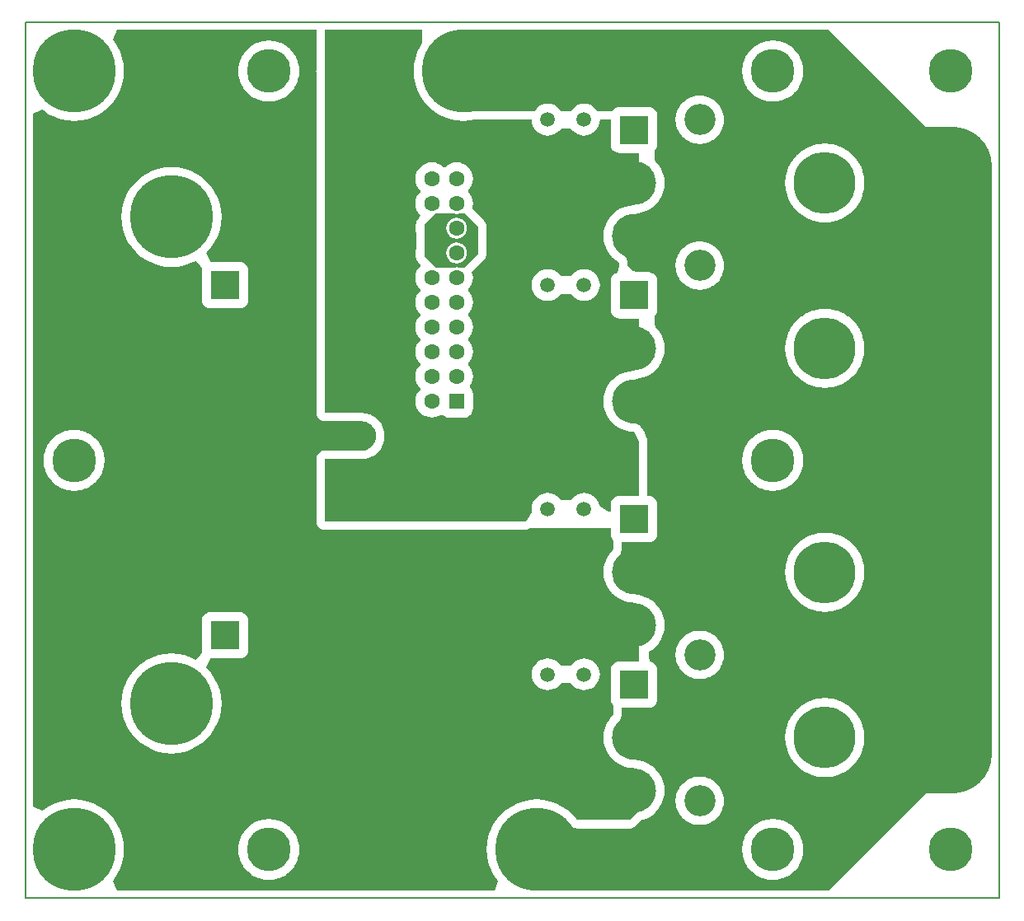
<source format=gbl>
G04 Layer_Physical_Order=2*
G04 Layer_Color=16711680*
%FSLAX25Y25*%
%MOIN*%
G70*
G01*
G75*
%ADD10C,0.03937*%
%ADD17C,0.00787*%
%ADD18R,0.11811X0.11811*%
%ADD19C,0.11811*%
%ADD20R,0.11811X0.11811*%
%ADD21C,0.06299*%
%ADD22R,0.06299X0.06299*%
%ADD23C,0.12598*%
%ADD24C,0.05905*%
%ADD25C,0.33465*%
%ADD26C,0.17716*%
%ADD27C,0.25000*%
%ADD28C,0.03937*%
%ADD29R,0.21654X0.07480*%
%ADD30R,0.14173X0.07087*%
%ADD31C,0.11811*%
G36*
X117588Y157687D02*
X117575Y157480D01*
X117588Y157273D01*
X117588Y19238D01*
X117707Y18339D01*
X118054Y17501D01*
X118606Y16781D01*
X119326Y16229D01*
X120164Y15882D01*
X121063Y15764D01*
X135656D01*
X136979Y15633D01*
X138086Y15297D01*
X139107Y14752D01*
X140002Y14017D01*
X140736Y13123D01*
X141281Y12102D01*
X141618Y10994D01*
X141731Y9843D01*
X141618Y8691D01*
X141281Y7583D01*
X140736Y6562D01*
X140002Y5668D01*
X139107Y4933D01*
X138086Y4388D01*
X136979Y4052D01*
X135656Y3921D01*
X121063D01*
X120164Y3803D01*
X119326Y3456D01*
X118606Y2904D01*
X118054Y2184D01*
X117707Y1346D01*
X117588Y447D01*
X117588Y-24606D01*
X117707Y-25506D01*
X118054Y-26344D01*
X118606Y-27063D01*
X119326Y-27615D01*
X120164Y-27962D01*
X121063Y-28081D01*
X129921D01*
D01*
X202034Y-28081D01*
X202275Y-28049D01*
X202519Y-28047D01*
X202723Y-27990D01*
X202934Y-27962D01*
X203158Y-27869D01*
X203393Y-27804D01*
X203575Y-27697D01*
X203771Y-27615D01*
X203845Y-27559D01*
X236683D01*
Y-29724D01*
X236801Y-30624D01*
X237148Y-31462D01*
X237268Y-31618D01*
X237694Y-32633D01*
X237648Y-35720D01*
X237461Y-36442D01*
X237330Y-36543D01*
X237230Y-36674D01*
X236079Y-38022D01*
X235067Y-39673D01*
X234326Y-41462D01*
X233874Y-43345D01*
X233735Y-45112D01*
X233713Y-45276D01*
X233735Y-45439D01*
X233874Y-47206D01*
X234326Y-49089D01*
X235067Y-50878D01*
X236079Y-52530D01*
X237230Y-53877D01*
X237330Y-54008D01*
X237461Y-54109D01*
X238809Y-55260D01*
X240460Y-56272D01*
X242249Y-57013D01*
X244132Y-57465D01*
X245899Y-57604D01*
X246063Y-57625D01*
X246774Y-58758D01*
X248031Y-61411D01*
Y-81368D01*
X240158D01*
X239258Y-81486D01*
X238420Y-81833D01*
X237701Y-82386D01*
X237148Y-83105D01*
X236801Y-83943D01*
X236683Y-84842D01*
Y-96653D01*
X236801Y-97553D01*
X237148Y-98391D01*
X237268Y-98547D01*
X237694Y-99562D01*
X237648Y-102649D01*
X237461Y-103371D01*
X237330Y-103472D01*
X237230Y-103603D01*
X236079Y-104951D01*
X235067Y-106602D01*
X234326Y-108391D01*
X233874Y-110274D01*
X233735Y-112041D01*
X233713Y-112205D01*
X233735Y-112369D01*
X233874Y-114135D01*
X234326Y-116018D01*
X235067Y-117807D01*
X236079Y-119459D01*
X237230Y-120806D01*
X237330Y-120937D01*
X237461Y-121038D01*
X238809Y-122189D01*
X240460Y-123201D01*
X242249Y-123942D01*
X244132Y-124394D01*
X245899Y-124533D01*
X246063Y-124555D01*
X246774Y-125687D01*
X248031Y-128340D01*
Y-141830D01*
X244390Y-145471D01*
X222936D01*
X222735Y-145171D01*
X220991Y-143182D01*
X219002Y-141438D01*
X216803Y-139969D01*
X214431Y-138799D01*
X211926Y-137949D01*
X209332Y-137433D01*
X206693Y-137260D01*
X204054Y-137433D01*
X201460Y-137949D01*
X198955Y-138799D01*
X196583Y-139969D01*
X194384Y-141438D01*
X192395Y-143182D01*
X190651Y-145171D01*
X189181Y-147370D01*
X188012Y-149742D01*
X187162Y-152247D01*
X186645Y-154841D01*
X186472Y-157480D01*
X186645Y-160120D01*
X187162Y-162714D01*
X188012Y-165218D01*
X189181Y-167590D01*
X190651Y-169790D01*
X191077Y-170276D01*
X189718Y-174213D01*
X129921D01*
Y-174213D01*
X37085Y-174213D01*
X35301Y-170276D01*
X35727Y-169790D01*
X37196Y-167590D01*
X38366Y-165218D01*
X39217Y-162714D01*
X39733Y-160120D01*
X39906Y-157480D01*
X39733Y-154841D01*
X39217Y-152247D01*
X38366Y-149742D01*
X37196Y-147370D01*
X35727Y-145171D01*
X33983Y-143182D01*
X31995Y-141438D01*
X29795Y-139969D01*
X27423Y-138799D01*
X24918Y-137949D01*
X22324Y-137433D01*
X19685Y-137260D01*
X17046Y-137433D01*
X14452Y-137949D01*
X11947Y-138799D01*
X9575Y-139969D01*
X7376Y-141438D01*
X6890Y-141864D01*
X2953Y-140081D01*
X2953Y140081D01*
X6890Y141864D01*
X7376Y141438D01*
X9575Y139969D01*
X11947Y138799D01*
X14452Y137949D01*
X17046Y137433D01*
X19685Y137260D01*
X22324Y137433D01*
X24918Y137949D01*
X27423Y138799D01*
X29795Y139969D01*
X31995Y141438D01*
X33983Y143182D01*
X35727Y145171D01*
X37196Y147370D01*
X38366Y149742D01*
X39217Y152247D01*
X39733Y154841D01*
X39906Y157480D01*
X39733Y160120D01*
X39217Y162714D01*
X38366Y165218D01*
X37196Y167591D01*
X35727Y169790D01*
X35301Y170276D01*
X37085Y174213D01*
X117588Y174213D01*
Y157687D01*
D02*
G37*
G36*
X160450Y174213D02*
X160455Y168789D01*
X159654Y167590D01*
X158484Y165218D01*
X157634Y162714D01*
X157118Y160120D01*
X156945Y157480D01*
X157118Y154841D01*
X157634Y152247D01*
X158484Y149742D01*
X159654Y147370D01*
X161123Y145171D01*
X162867Y143182D01*
X164856Y141438D01*
X167055Y139969D01*
X169427Y138799D01*
X171932Y137949D01*
X174526Y137433D01*
X177165Y137260D01*
X179805Y137433D01*
X181627Y137795D01*
X204694Y137795D01*
X204817Y136541D01*
X205183Y135335D01*
X205777Y134224D01*
X206576Y133250D01*
X207551Y132450D01*
X208662Y131856D01*
X209868Y131490D01*
X211122Y131367D01*
X212376Y131490D01*
X213582Y131856D01*
X214694Y132450D01*
X215668Y133250D01*
X216310Y134032D01*
X216735Y134185D01*
X217125Y134224D01*
X219883D01*
X220273Y134185D01*
X220698Y134032D01*
X221340Y133250D01*
X222314Y132450D01*
X223426Y131856D01*
X224632Y131490D01*
X225886Y131367D01*
X227140Y131490D01*
X228346Y131856D01*
X229457Y132450D01*
X230432Y133250D01*
X231231Y134224D01*
X231825Y135335D01*
X232191Y136541D01*
X232314Y137795D01*
X232314Y137795D01*
X236683D01*
Y127756D01*
X236801Y126857D01*
X237148Y126019D01*
X237701Y125299D01*
X238420Y124747D01*
X239258Y124400D01*
X240158Y124281D01*
X248031D01*
X248031Y106884D01*
X246774Y104231D01*
X246063Y103098D01*
X245899Y103076D01*
X244132Y102937D01*
X242249Y102485D01*
X240460Y101744D01*
X238809Y100732D01*
X237461Y99581D01*
X237330Y99481D01*
X237230Y99349D01*
X236079Y98002D01*
X235067Y96351D01*
X234326Y94562D01*
X233874Y92679D01*
X233722Y90748D01*
X233874Y88817D01*
X234326Y86934D01*
X235067Y85145D01*
X236079Y83494D01*
X237230Y82147D01*
X237330Y82015D01*
X237461Y81915D01*
X238809Y80764D01*
X240049Y80004D01*
X240098Y78620D01*
X239278Y76054D01*
X239251Y75991D01*
X238420Y75647D01*
X237701Y75095D01*
X237148Y74375D01*
X236801Y73537D01*
X236683Y72638D01*
Y60827D01*
X236801Y59927D01*
X237148Y59089D01*
X237701Y58370D01*
X238420Y57818D01*
X239258Y57471D01*
X240158Y57352D01*
X248031D01*
X248031Y39954D01*
X246774Y37301D01*
X246063Y36169D01*
X245899Y36147D01*
X244132Y36008D01*
X242249Y35556D01*
X240460Y34815D01*
X238809Y33803D01*
X237461Y32652D01*
X237330Y32552D01*
X237230Y32420D01*
X236079Y31073D01*
X235067Y29422D01*
X234326Y27632D01*
X233874Y25749D01*
X233722Y23819D01*
X233874Y21888D01*
X234326Y20005D01*
X235067Y18216D01*
X236079Y16565D01*
X237230Y15217D01*
X237330Y15086D01*
X237461Y14986D01*
X238809Y13835D01*
X240460Y12823D01*
X242249Y12082D01*
X244132Y11630D01*
X245899Y11491D01*
X246063Y11469D01*
X246774Y10336D01*
X248031Y7683D01*
Y-14439D01*
X240158D01*
X239258Y-14557D01*
X238420Y-14904D01*
X237701Y-15457D01*
X237148Y-16176D01*
X236801Y-17014D01*
X236683Y-17913D01*
Y-20676D01*
X236158Y-20828D01*
X235127Y-20521D01*
X232191Y-18431D01*
X231825Y-17225D01*
X231231Y-16114D01*
X230432Y-15139D01*
X229457Y-14340D01*
X228346Y-13746D01*
X227140Y-13380D01*
X225886Y-13256D01*
X224632Y-13380D01*
X223426Y-13746D01*
X222314Y-14340D01*
X221340Y-15139D01*
X220698Y-15922D01*
X220273Y-16074D01*
X219883Y-16114D01*
X217125D01*
X216735Y-16074D01*
X216310Y-15922D01*
X215668Y-15139D01*
X214694Y-14340D01*
X213582Y-13746D01*
X212376Y-13380D01*
X211122Y-13256D01*
X209868Y-13380D01*
X208662Y-13746D01*
X207551Y-14340D01*
X206576Y-15139D01*
X205777Y-16114D01*
X205183Y-17225D01*
X204817Y-18431D01*
X204694Y-19685D01*
X204790Y-20669D01*
X204751Y-21044D01*
X202950Y-23890D01*
X202034Y-24606D01*
X121063Y-24606D01*
X121063Y447D01*
X135827D01*
X137660Y627D01*
X139422Y1162D01*
X141047Y2030D01*
X142471Y3199D01*
X143639Y4623D01*
X144507Y6247D01*
X145042Y8010D01*
X145222Y9843D01*
X145042Y11676D01*
X144507Y13438D01*
X143639Y15063D01*
X142471Y16486D01*
X141047Y17655D01*
X139422Y18523D01*
X137660Y19058D01*
X135827Y19238D01*
X121063D01*
X121063Y174213D01*
X160450Y174213D01*
D02*
G37*
G36*
X364173Y134843D02*
X374016D01*
X390748Y118110D01*
X390748Y-118110D01*
X374016Y-134843D01*
Y-134843D01*
X364173D01*
X324803Y-174213D01*
X206693D01*
Y-145669D01*
X218550Y-145669D01*
X219972Y-147291D01*
X220046Y-147401D01*
X220271Y-147658D01*
X220479Y-147928D01*
X220569Y-147998D01*
X220644Y-148083D01*
X220928Y-148273D01*
X221198Y-148480D01*
X221304Y-148524D01*
X221399Y-148587D01*
X221721Y-148697D01*
X222036Y-148827D01*
X222149Y-148842D01*
X222258Y-148879D01*
X222598Y-148901D01*
X222936Y-148946D01*
X244390D01*
X245289Y-148827D01*
X246127Y-148480D01*
X246847Y-147928D01*
X249218Y-145557D01*
X249877Y-145399D01*
X251666Y-144658D01*
X253317Y-143646D01*
X254664Y-142495D01*
X254796Y-142394D01*
X254896Y-142263D01*
X256047Y-140915D01*
X257059Y-139264D01*
X257800Y-137475D01*
X258252Y-135592D01*
X258391Y-133825D01*
X258413Y-133661D01*
X258391Y-133498D01*
X258252Y-131731D01*
X257800Y-129848D01*
X257059Y-128059D01*
X256047Y-126408D01*
X254896Y-125060D01*
X254796Y-124929D01*
X254664Y-124828D01*
X253317Y-123677D01*
X251666Y-122665D01*
X249877Y-121924D01*
X247994Y-121472D01*
X247568Y-121439D01*
X247535Y-121426D01*
X247393Y-121344D01*
X247111Y-121269D01*
X246838Y-121168D01*
X246675Y-121152D01*
X246517Y-121110D01*
X246353Y-121088D01*
X246261D01*
X246172Y-121069D01*
X244678Y-120951D01*
X243326Y-120627D01*
X242042Y-120095D01*
X240858Y-119369D01*
X239801Y-118467D01*
X238898Y-117410D01*
X238189Y-116252D01*
Y-108157D01*
X238898Y-106999D01*
X239872Y-105860D01*
X239940Y-105806D01*
X240068Y-105637D01*
X240218Y-105487D01*
X240340Y-105276D01*
X240486Y-105082D01*
X240565Y-104885D01*
X240672Y-104701D01*
X240735Y-104466D01*
X240826Y-104241D01*
X241012Y-103519D01*
X241062Y-103109D01*
X241122Y-102701D01*
X241160Y-100128D01*
X251969D01*
X252868Y-100010D01*
X253706Y-99663D01*
X254425Y-99111D01*
X254978Y-98391D01*
X255325Y-97553D01*
X255443Y-96653D01*
Y-84842D01*
X255325Y-83943D01*
X254978Y-83105D01*
X254425Y-82386D01*
X253706Y-81833D01*
X252868Y-81486D01*
X252454Y-81432D01*
X252010Y-79348D01*
X252078Y-77476D01*
X253317Y-76717D01*
X254664Y-75566D01*
X254796Y-75465D01*
X254896Y-75334D01*
X256047Y-73986D01*
X257059Y-72335D01*
X257800Y-70546D01*
X258252Y-68663D01*
X258391Y-66896D01*
X258413Y-66732D01*
X258391Y-66569D01*
X258252Y-64802D01*
X257800Y-62919D01*
X257059Y-61129D01*
X256047Y-59478D01*
X254896Y-58131D01*
X254796Y-58000D01*
X254664Y-57899D01*
X253317Y-56748D01*
X251666Y-55736D01*
X249877Y-54995D01*
X247994Y-54543D01*
X247568Y-54510D01*
X247535Y-54497D01*
X247393Y-54415D01*
X247111Y-54340D01*
X246838Y-54238D01*
X246675Y-54223D01*
X246517Y-54181D01*
X246353Y-54159D01*
X246261D01*
X246172Y-54140D01*
X244678Y-54022D01*
X243326Y-53698D01*
X242042Y-53166D01*
X240858Y-52440D01*
X239801Y-51538D01*
X238898Y-50481D01*
X238189Y-49323D01*
Y-41228D01*
X238898Y-40070D01*
X239872Y-38931D01*
X239940Y-38877D01*
X240068Y-38708D01*
X240218Y-38557D01*
X240340Y-38347D01*
X240486Y-38153D01*
X240565Y-37956D01*
X240672Y-37772D01*
X240735Y-37537D01*
X240826Y-37312D01*
X241012Y-36590D01*
X241062Y-36180D01*
X241122Y-35772D01*
X241160Y-33199D01*
X251969D01*
X252868Y-33081D01*
X253706Y-32734D01*
X254425Y-32181D01*
X254978Y-31462D01*
X255325Y-30624D01*
X255443Y-29724D01*
Y-17913D01*
X255325Y-17014D01*
X254978Y-16176D01*
X254425Y-15457D01*
X253706Y-14904D01*
X252868Y-14557D01*
X251969Y-14439D01*
X251506D01*
Y7683D01*
X251465Y7995D01*
X251449Y8309D01*
X251406Y8443D01*
X251388Y8583D01*
X251268Y8873D01*
X251171Y9172D01*
X249914Y11825D01*
X249802Y11997D01*
X249717Y12183D01*
X249006Y13316D01*
X248902Y13442D01*
X248820Y13584D01*
X248614Y13790D01*
X248428Y14015D01*
X248294Y14110D01*
X248178Y14226D01*
X247926Y14371D01*
X247688Y14540D01*
X247535Y14597D01*
X247393Y14679D01*
X247111Y14755D01*
X246838Y14856D01*
X246675Y14872D01*
X246517Y14914D01*
X246353Y14935D01*
X246261D01*
X246172Y14954D01*
X244678Y15072D01*
X243326Y15396D01*
X242042Y15928D01*
X240858Y16654D01*
X239801Y17557D01*
X238898Y18613D01*
X238189Y19771D01*
Y27866D01*
X238898Y29024D01*
X239801Y30081D01*
X240858Y30983D01*
X242042Y31710D01*
X243326Y32241D01*
X244678Y32566D01*
X246172Y32683D01*
X246261Y32702D01*
X246353D01*
X246517Y32724D01*
X246675Y32766D01*
X246838Y32782D01*
X247111Y32883D01*
X247393Y32959D01*
X247535Y33041D01*
X247568Y33053D01*
X247994Y33086D01*
X249877Y33538D01*
X251666Y34280D01*
X253317Y35291D01*
X254664Y36442D01*
X254796Y36543D01*
X254896Y36674D01*
X256047Y38022D01*
X257059Y39673D01*
X257800Y41462D01*
X258252Y43345D01*
X258391Y45112D01*
X258413Y45276D01*
X258391Y45439D01*
X258252Y47206D01*
X257800Y49089D01*
X257059Y50878D01*
X256047Y52530D01*
X254896Y53877D01*
X254796Y54008D01*
X254664Y54109D01*
X254478Y54831D01*
X254432Y57919D01*
X254858Y58933D01*
X254978Y59089D01*
X255325Y59927D01*
X255443Y60827D01*
Y72638D01*
X255325Y73537D01*
X254978Y74375D01*
X254425Y75095D01*
X253706Y75647D01*
X252868Y75994D01*
X251969Y76112D01*
X246920D01*
X245843Y76654D01*
X245464Y76954D01*
X243570Y78744D01*
X243521Y80129D01*
X243463Y80471D01*
X243427Y80815D01*
X243388Y80916D01*
X243370Y81023D01*
X243226Y81339D01*
X243102Y81662D01*
X243038Y81750D01*
X242993Y81848D01*
X242773Y82116D01*
X242569Y82396D01*
X242485Y82464D01*
X242416Y82548D01*
X242133Y82749D01*
X241864Y82967D01*
X240858Y83583D01*
X239801Y84486D01*
X238898Y85543D01*
X238189Y86701D01*
Y94796D01*
X238898Y95953D01*
X239801Y97010D01*
X240858Y97913D01*
X242042Y98639D01*
X243326Y99170D01*
X244678Y99495D01*
X246172Y99612D01*
X246261Y99631D01*
X246353D01*
X246517Y99653D01*
X246675Y99695D01*
X246838Y99711D01*
X247111Y99812D01*
X247393Y99888D01*
X247535Y99970D01*
X247568Y99982D01*
X247994Y100015D01*
X249877Y100468D01*
X251666Y101209D01*
X253317Y102220D01*
X254664Y103371D01*
X254796Y103472D01*
X254896Y103603D01*
X256047Y104951D01*
X257059Y106602D01*
X257800Y108391D01*
X258252Y110274D01*
X258391Y112041D01*
X258413Y112205D01*
X258391Y112369D01*
X258252Y114135D01*
X257800Y116018D01*
X257059Y117807D01*
X256047Y119459D01*
X254896Y120806D01*
X254796Y120937D01*
X254664Y121038D01*
X254478Y121760D01*
X254432Y124848D01*
X254858Y125862D01*
X254978Y126019D01*
X255325Y126857D01*
X255443Y127756D01*
Y139567D01*
X255325Y140466D01*
X254978Y141304D01*
X254425Y142024D01*
X253706Y142576D01*
X252868Y142923D01*
X251969Y143042D01*
X240158D01*
X239258Y142923D01*
X238420Y142576D01*
X237701Y142024D01*
X237148Y141304D01*
X237111Y141214D01*
X236683Y141270D01*
X232314D01*
X232211Y141256D01*
X232106Y141264D01*
X231929Y141229D01*
X231748Y141224D01*
X231585Y141174D01*
X231415Y141151D01*
X231359Y141128D01*
X231231Y141367D01*
X230432Y142341D01*
X229457Y143140D01*
X228346Y143735D01*
X227140Y144100D01*
X225886Y144224D01*
X224632Y144100D01*
X223426Y143735D01*
X222314Y143140D01*
X221340Y142341D01*
X220541Y141367D01*
X220415Y141132D01*
X216593D01*
X216467Y141367D01*
X215668Y142341D01*
X214694Y143140D01*
X213582Y143735D01*
X212376Y144100D01*
X211122Y144224D01*
X209868Y144100D01*
X208662Y143735D01*
X207551Y143140D01*
X206576Y142341D01*
X205777Y141367D01*
X205649Y141128D01*
X205593Y141151D01*
X205423Y141174D01*
X205259Y141224D01*
X204975Y141233D01*
X204694Y141270D01*
X181627Y141270D01*
X181289Y141225D01*
X180949Y141203D01*
X179350Y140885D01*
X177259Y140748D01*
X177165D01*
X160433Y157480D01*
X177165Y174213D01*
X324803Y174213D01*
X364173Y134843D01*
D02*
G37*
%LPC*%
G36*
X19685Y12376D02*
X19515Y12353D01*
X19344Y12359D01*
X17608Y12188D01*
X17276Y12111D01*
X16940Y12055D01*
X15969Y11761D01*
X15871Y11737D01*
X15815Y11714D01*
X15270Y11549D01*
X14960Y11408D01*
X14641Y11288D01*
X14138Y11019D01*
X14082Y10996D01*
X13996Y10943D01*
X13102Y10465D01*
X12825Y10267D01*
X12536Y10087D01*
X11187Y8980D01*
X10954Y8731D01*
X10705Y8498D01*
X9598Y7149D01*
X9418Y6860D01*
X9220Y6583D01*
X8742Y5689D01*
X8689Y5603D01*
X8666Y5547D01*
X8397Y5044D01*
X8277Y4725D01*
X8136Y4415D01*
X7971Y3870D01*
X7948Y3814D01*
X7924Y3716D01*
X7630Y2745D01*
X7574Y2409D01*
X7497Y2077D01*
X7326Y341D01*
X7337Y0D01*
X7326Y-341D01*
X7497Y-2077D01*
X7574Y-2409D01*
X7630Y-2745D01*
X7924Y-3716D01*
X7948Y-3814D01*
X7971Y-3870D01*
X8136Y-4415D01*
X8277Y-4725D01*
X8397Y-5044D01*
X8666Y-5547D01*
X8689Y-5603D01*
X8742Y-5689D01*
X9220Y-6583D01*
X9418Y-6860D01*
X9598Y-7149D01*
X10705Y-8498D01*
X10954Y-8731D01*
X11187Y-8980D01*
X12536Y-10087D01*
X12825Y-10267D01*
X13102Y-10465D01*
X13996Y-10943D01*
X14082Y-10996D01*
X14138Y-11019D01*
X14641Y-11288D01*
X14960Y-11408D01*
X15270Y-11549D01*
X15815Y-11714D01*
X15871Y-11737D01*
X15969Y-11761D01*
X16940Y-12055D01*
X17276Y-12111D01*
X17608Y-12188D01*
X19344Y-12359D01*
X19515Y-12353D01*
X19685Y-12376D01*
X19855Y-12353D01*
X20026Y-12359D01*
X21762Y-12188D01*
X22094Y-12111D01*
X22430Y-12055D01*
X23401Y-11761D01*
X23499Y-11737D01*
X23555Y-11714D01*
X24100Y-11549D01*
X24410Y-11408D01*
X24729Y-11288D01*
X25232Y-11019D01*
X25288Y-10996D01*
X25374Y-10943D01*
X26268Y-10465D01*
X26545Y-10267D01*
X26834Y-10087D01*
X28183Y-8980D01*
X28416Y-8731D01*
X28665Y-8498D01*
X29772Y-7149D01*
X29952Y-6860D01*
X30150Y-6583D01*
X30628Y-5689D01*
X30681Y-5603D01*
X30704Y-5547D01*
X30973Y-5044D01*
X31093Y-4725D01*
X31234Y-4415D01*
X31399Y-3870D01*
X31422Y-3814D01*
X31446Y-3716D01*
X31740Y-2745D01*
X31796Y-2409D01*
X31873Y-2077D01*
X32044Y-341D01*
X32033Y0D01*
X32044Y341D01*
X31873Y2077D01*
X31796Y2409D01*
X31740Y2745D01*
X31446Y3716D01*
X31422Y3814D01*
X31399Y3870D01*
X31234Y4415D01*
X31093Y4725D01*
X30973Y5044D01*
X30704Y5547D01*
X30681Y5603D01*
X30628Y5689D01*
X30150Y6583D01*
X29952Y6860D01*
X29772Y7149D01*
X28665Y8498D01*
X28416Y8731D01*
X28183Y8980D01*
X26834Y10087D01*
X26545Y10267D01*
X26268Y10465D01*
X25374Y10943D01*
X25288Y10996D01*
X25232Y11019D01*
X24729Y11288D01*
X24410Y11408D01*
X24100Y11549D01*
X23555Y11714D01*
X23499Y11737D01*
X23401Y11761D01*
X22430Y12055D01*
X22094Y12111D01*
X21762Y12188D01*
X20026Y12359D01*
X19855Y12353D01*
X19685Y12376D01*
D02*
G37*
G36*
X86614Y-61486D02*
X74803D01*
X73904Y-61604D01*
X73066Y-61952D01*
X72346Y-62504D01*
X71794Y-63223D01*
X71447Y-64061D01*
X71329Y-64961D01*
Y-76772D01*
X71447Y-77671D01*
X71465Y-77716D01*
X70071Y-79654D01*
X68598Y-80634D01*
X66793Y-79744D01*
X64289Y-78894D01*
X61694Y-78378D01*
X59055Y-78205D01*
X56416Y-78378D01*
X53822Y-78894D01*
X51317Y-79744D01*
X48945Y-80914D01*
X46746Y-82383D01*
X44757Y-84127D01*
X43013Y-86116D01*
X41544Y-88315D01*
X40374Y-90687D01*
X39524Y-93192D01*
X39008Y-95786D01*
X38835Y-98425D01*
X39008Y-101065D01*
X39524Y-103659D01*
X40374Y-106163D01*
X41544Y-108535D01*
X43013Y-110735D01*
X44757Y-112723D01*
X46746Y-114467D01*
X48945Y-115937D01*
X51317Y-117106D01*
X53822Y-117957D01*
X56416Y-118473D01*
X59055Y-118646D01*
X61694Y-118473D01*
X64289Y-117957D01*
X66793Y-117106D01*
X69165Y-115937D01*
X71364Y-114467D01*
X73353Y-112723D01*
X75097Y-110735D01*
X76566Y-108535D01*
X77736Y-106163D01*
X78587Y-103659D01*
X79103Y-101065D01*
X79276Y-98425D01*
X79103Y-95786D01*
X78587Y-93192D01*
X77736Y-90687D01*
X76566Y-88315D01*
X75097Y-86116D01*
X73353Y-84127D01*
X72962Y-83784D01*
X74689Y-80466D01*
X74899Y-80246D01*
X86614D01*
X87514Y-80128D01*
X88352Y-79781D01*
X89071Y-79229D01*
X89623Y-78509D01*
X89970Y-77671D01*
X90089Y-76772D01*
Y-64961D01*
X89970Y-64061D01*
X89623Y-63223D01*
X89071Y-62504D01*
X88352Y-61952D01*
X87514Y-61604D01*
X86614Y-61486D01*
D02*
G37*
G36*
X98425Y-145105D02*
X98256Y-145127D01*
X98085Y-145121D01*
X96348Y-145292D01*
X96016Y-145370D01*
X95680Y-145425D01*
X94710Y-145720D01*
X94612Y-145743D01*
X94556Y-145766D01*
X94010Y-145932D01*
X93700Y-146072D01*
X93381Y-146192D01*
X92878Y-146461D01*
X92822Y-146484D01*
X92737Y-146537D01*
X91842Y-147015D01*
X91565Y-147213D01*
X91276Y-147393D01*
X89927Y-148500D01*
X89694Y-148749D01*
X89445Y-148982D01*
X88338Y-150331D01*
X88158Y-150620D01*
X87960Y-150897D01*
X87482Y-151792D01*
X87429Y-151877D01*
X87406Y-151933D01*
X87137Y-152436D01*
X87017Y-152755D01*
X86877Y-153065D01*
X86711Y-153611D01*
X86688Y-153667D01*
X86664Y-153765D01*
X86370Y-154735D01*
X86315Y-155071D01*
X86237Y-155403D01*
X86066Y-157140D01*
X86077Y-157480D01*
X86066Y-157821D01*
X86237Y-159557D01*
X86315Y-159889D01*
X86370Y-160225D01*
X86664Y-161196D01*
X86688Y-161294D01*
X86711Y-161350D01*
X86877Y-161895D01*
X87017Y-162206D01*
X87137Y-162524D01*
X87406Y-163027D01*
X87429Y-163083D01*
X87482Y-163169D01*
X87960Y-164063D01*
X88158Y-164340D01*
X88338Y-164630D01*
X89445Y-165979D01*
X89694Y-166212D01*
X89927Y-166460D01*
X91276Y-167567D01*
X91565Y-167747D01*
X91842Y-167946D01*
X92737Y-168424D01*
X92822Y-168476D01*
X92878Y-168500D01*
X93381Y-168768D01*
X93700Y-168888D01*
X94010Y-169029D01*
X94556Y-169194D01*
X94612Y-169218D01*
X94710Y-169241D01*
X95680Y-169535D01*
X96016Y-169591D01*
X96348Y-169668D01*
X98085Y-169839D01*
X98256Y-169834D01*
X98425Y-169856D01*
X98595Y-169834D01*
X98766Y-169839D01*
X100502Y-169668D01*
X100834Y-169591D01*
X101170Y-169535D01*
X102141Y-169241D01*
X102239Y-169218D01*
X102295Y-169194D01*
X102840Y-169029D01*
X103150Y-168888D01*
X103469Y-168768D01*
X103972Y-168500D01*
X104028Y-168476D01*
X104114Y-168424D01*
X105008Y-167946D01*
X105285Y-167747D01*
X105575Y-167567D01*
X106923Y-166460D01*
X107156Y-166212D01*
X107405Y-165979D01*
X108512Y-164630D01*
X108692Y-164340D01*
X108890Y-164063D01*
X109369Y-163169D01*
X109421Y-163083D01*
X109444Y-163027D01*
X109713Y-162524D01*
X109833Y-162206D01*
X109974Y-161895D01*
X110139Y-161350D01*
X110162Y-161294D01*
X110186Y-161196D01*
X110480Y-160225D01*
X110536Y-159889D01*
X110613Y-159557D01*
X110784Y-157821D01*
X110773Y-157480D01*
X110784Y-157140D01*
X110613Y-155403D01*
X110536Y-155071D01*
X110480Y-154735D01*
X110186Y-153765D01*
X110162Y-153667D01*
X110139Y-153611D01*
X109974Y-153065D01*
X109833Y-152755D01*
X109713Y-152436D01*
X109444Y-151933D01*
X109421Y-151877D01*
X109369Y-151792D01*
X108890Y-150897D01*
X108692Y-150620D01*
X108512Y-150331D01*
X107405Y-148982D01*
X107156Y-148749D01*
X106923Y-148500D01*
X105575Y-147393D01*
X105285Y-147213D01*
X105008Y-147015D01*
X104114Y-146537D01*
X104028Y-146484D01*
X103972Y-146461D01*
X103469Y-146192D01*
X103150Y-146072D01*
X102840Y-145932D01*
X102295Y-145766D01*
X102239Y-145743D01*
X102141Y-145720D01*
X101170Y-145425D01*
X100834Y-145370D01*
X100502Y-145292D01*
X98766Y-145121D01*
X98595Y-145127D01*
X98425Y-145105D01*
D02*
G37*
G36*
X225886Y-80186D02*
X224632Y-80309D01*
X223426Y-80675D01*
X222314Y-81269D01*
X221340Y-82069D01*
X220698Y-82851D01*
X220273Y-83003D01*
X219883Y-83043D01*
X217125D01*
X216735Y-83003D01*
X216310Y-82851D01*
X215668Y-82069D01*
X214694Y-81269D01*
X213582Y-80675D01*
X212376Y-80309D01*
X211122Y-80186D01*
X209868Y-80309D01*
X208662Y-80675D01*
X207551Y-81269D01*
X206576Y-82069D01*
X205777Y-83043D01*
X205183Y-84154D01*
X204817Y-85360D01*
X204694Y-86614D01*
X204817Y-87868D01*
X205183Y-89074D01*
X205777Y-90186D01*
X206576Y-91160D01*
X207551Y-91959D01*
X208662Y-92553D01*
X209868Y-92919D01*
X211122Y-93043D01*
X212376Y-92919D01*
X213582Y-92553D01*
X214694Y-91959D01*
X215668Y-91160D01*
X216310Y-90377D01*
X216735Y-90225D01*
X217125Y-90186D01*
X219883D01*
X220273Y-90225D01*
X220698Y-90377D01*
X221340Y-91160D01*
X222314Y-91959D01*
X223426Y-92553D01*
X224632Y-92919D01*
X225886Y-93043D01*
X227140Y-92919D01*
X228346Y-92553D01*
X229457Y-91959D01*
X230432Y-91160D01*
X231231Y-90186D01*
X231825Y-89074D01*
X232191Y-87868D01*
X232314Y-86614D01*
X232191Y-85360D01*
X231825Y-84154D01*
X231231Y-83043D01*
X230432Y-82069D01*
X229457Y-81269D01*
X228346Y-80675D01*
X227140Y-80309D01*
X225886Y-80186D01*
D02*
G37*
G36*
X98425Y169856D02*
X98256Y169834D01*
X98085Y169839D01*
X96348Y169668D01*
X96016Y169591D01*
X95680Y169535D01*
X94710Y169241D01*
X94612Y169218D01*
X94556Y169194D01*
X94010Y169029D01*
X93700Y168888D01*
X93381Y168768D01*
X92878Y168500D01*
X92822Y168476D01*
X92737Y168424D01*
X91842Y167946D01*
X91565Y167747D01*
X91276Y167567D01*
X89927Y166460D01*
X89694Y166212D01*
X89445Y165979D01*
X88338Y164630D01*
X88158Y164340D01*
X87960Y164063D01*
X87482Y163169D01*
X87429Y163083D01*
X87406Y163027D01*
X87137Y162524D01*
X87017Y162206D01*
X86877Y161895D01*
X86711Y161350D01*
X86688Y161294D01*
X86664Y161196D01*
X86370Y160225D01*
X86315Y159889D01*
X86237Y159557D01*
X86066Y157821D01*
X86077Y157480D01*
X86066Y157140D01*
X86237Y155403D01*
X86315Y155071D01*
X86370Y154735D01*
X86664Y153765D01*
X86688Y153667D01*
X86711Y153611D01*
X86877Y153065D01*
X87017Y152755D01*
X87137Y152436D01*
X87406Y151934D01*
X87429Y151877D01*
X87482Y151792D01*
X87960Y150897D01*
X88158Y150620D01*
X88338Y150331D01*
X89445Y148982D01*
X89694Y148749D01*
X89927Y148500D01*
X91276Y147393D01*
X91565Y147213D01*
X91842Y147015D01*
X92737Y146537D01*
X92822Y146484D01*
X92878Y146461D01*
X93381Y146192D01*
X93700Y146072D01*
X94010Y145932D01*
X94556Y145766D01*
X94612Y145743D01*
X94710Y145720D01*
X95680Y145425D01*
X96016Y145370D01*
X96348Y145292D01*
X98085Y145121D01*
X98256Y145127D01*
X98425Y145105D01*
X98595Y145127D01*
X98766Y145121D01*
X100502Y145292D01*
X100834Y145370D01*
X101170Y145425D01*
X102141Y145720D01*
X102239Y145743D01*
X102295Y145766D01*
X102840Y145932D01*
X103150Y146072D01*
X103469Y146192D01*
X103972Y146461D01*
X104028Y146484D01*
X104114Y146537D01*
X105008Y147015D01*
X105285Y147213D01*
X105575Y147393D01*
X106923Y148500D01*
X107156Y148749D01*
X107405Y148982D01*
X108512Y150331D01*
X108692Y150620D01*
X108891Y150897D01*
X109369Y151792D01*
X109421Y151877D01*
X109444Y151934D01*
X109713Y152436D01*
X109833Y152755D01*
X109974Y153065D01*
X110139Y153611D01*
X110162Y153667D01*
X110186Y153765D01*
X110480Y154735D01*
X110536Y155071D01*
X110613Y155403D01*
X110784Y157140D01*
X110773Y157480D01*
X110784Y157821D01*
X110613Y159557D01*
X110536Y159889D01*
X110480Y160225D01*
X110186Y161196D01*
X110162Y161294D01*
X110139Y161350D01*
X109974Y161895D01*
X109833Y162206D01*
X109713Y162524D01*
X109444Y163027D01*
X109421Y163083D01*
X109369Y163169D01*
X108890Y164063D01*
X108692Y164340D01*
X108512Y164630D01*
X107405Y165979D01*
X107156Y166212D01*
X106923Y166460D01*
X105575Y167567D01*
X105285Y167747D01*
X105008Y167946D01*
X104114Y168424D01*
X104028Y168476D01*
X103972Y168500D01*
X103469Y168768D01*
X103150Y168888D01*
X102840Y169029D01*
X102295Y169194D01*
X102239Y169218D01*
X102141Y169241D01*
X101170Y169535D01*
X100834Y169591D01*
X100502Y169668D01*
X98766Y169839D01*
X98595Y169834D01*
X98425Y169856D01*
D02*
G37*
G36*
X59055Y118646D02*
X56416Y118473D01*
X53822Y117957D01*
X51317Y117106D01*
X48945Y115937D01*
X46746Y114467D01*
X44757Y112723D01*
X43013Y110735D01*
X41544Y108535D01*
X40374Y106163D01*
X39524Y103659D01*
X39008Y101065D01*
X38835Y98425D01*
X39008Y95786D01*
X39524Y93192D01*
X40374Y90687D01*
X41544Y88315D01*
X43013Y86116D01*
X44757Y84127D01*
X46746Y82383D01*
X48945Y80914D01*
X51317Y79744D01*
X53822Y78894D01*
X56416Y78378D01*
X59055Y78205D01*
X61694Y78378D01*
X64289Y78894D01*
X66793Y79744D01*
X68598Y80634D01*
X70071Y79654D01*
X71465Y77716D01*
X71447Y77671D01*
X71329Y76772D01*
Y64961D01*
X71447Y64061D01*
X71794Y63223D01*
X72346Y62504D01*
X73066Y61952D01*
X73904Y61604D01*
X74803Y61486D01*
X86614D01*
X87514Y61604D01*
X88352Y61952D01*
X89071Y62504D01*
X89623Y63223D01*
X89970Y64061D01*
X90089Y64961D01*
Y76772D01*
X89970Y77671D01*
X89623Y78509D01*
X89071Y79229D01*
X88352Y79781D01*
X87514Y80128D01*
X86614Y80246D01*
X74899D01*
X74689Y80466D01*
X72962Y83784D01*
X73353Y84127D01*
X75097Y86116D01*
X76566Y88315D01*
X77736Y90687D01*
X78587Y93192D01*
X79103Y95786D01*
X79276Y98425D01*
X79103Y101065D01*
X78587Y103659D01*
X77736Y106163D01*
X76566Y108535D01*
X75097Y110735D01*
X73353Y112723D01*
X71364Y114467D01*
X69165Y115937D01*
X66793Y117106D01*
X64289Y117957D01*
X61694Y118473D01*
X59055Y118646D01*
D02*
G37*
G36*
X174291Y120524D02*
X172999Y120397D01*
X171756Y120020D01*
X170610Y119407D01*
X169606Y118583D01*
X168977D01*
X167973Y119407D01*
X166827Y120020D01*
X165584Y120397D01*
X164291Y120524D01*
X162999Y120397D01*
X161756Y120020D01*
X160610Y119407D01*
X159606Y118583D01*
X158782Y117579D01*
X158169Y116433D01*
X157792Y115190D01*
X157665Y113898D01*
X157792Y112605D01*
X158169Y111362D01*
X158782Y110216D01*
X159606Y109212D01*
Y108583D01*
X158782Y107579D01*
X158169Y106433D01*
X157792Y105190D01*
X157665Y103898D01*
X157792Y102605D01*
X158169Y101362D01*
X158782Y100216D01*
X159606Y99212D01*
X158960Y97929D01*
X158408Y97210D01*
X158061Y96372D01*
X157992Y95850D01*
X157792Y95190D01*
X157665Y93898D01*
X157792Y92605D01*
X157943Y92109D01*
X157943Y85686D01*
X157792Y85190D01*
X157665Y83898D01*
X157792Y82605D01*
X158169Y81362D01*
X158782Y80216D01*
X159606Y79212D01*
Y78583D01*
X158782Y77579D01*
X158169Y76433D01*
X157792Y75190D01*
X157665Y73898D01*
X157792Y72605D01*
X158169Y71362D01*
X158782Y70216D01*
X159606Y69212D01*
Y68583D01*
X158782Y67579D01*
X158169Y66434D01*
X157792Y65190D01*
X157665Y63898D01*
X157792Y62605D01*
X158169Y61362D01*
X158782Y60216D01*
X159606Y59212D01*
Y58583D01*
X158782Y57579D01*
X158169Y56433D01*
X157792Y55190D01*
X157665Y53898D01*
X157792Y52605D01*
X158169Y51362D01*
X158782Y50216D01*
X159606Y49212D01*
Y48583D01*
X158782Y47579D01*
X158169Y46433D01*
X157792Y45190D01*
X157665Y43898D01*
X157792Y42605D01*
X158169Y41362D01*
X158782Y40216D01*
X159606Y39212D01*
Y38583D01*
X158782Y37579D01*
X158169Y36433D01*
X157792Y35190D01*
X157665Y33898D01*
X157792Y32605D01*
X158169Y31362D01*
X158782Y30216D01*
X159606Y29212D01*
Y28583D01*
X158782Y27579D01*
X158169Y26433D01*
X157792Y25190D01*
X157665Y23898D01*
X157792Y22605D01*
X158169Y21362D01*
X158782Y20216D01*
X159606Y19212D01*
X160610Y18388D01*
X161756Y17776D01*
X162999Y17399D01*
X164291Y17271D01*
X165584Y17399D01*
X166827Y17776D01*
X167973Y18388D01*
X168672Y18307D01*
X168685Y18291D01*
X169404Y17739D01*
X170242Y17392D01*
X171142Y17273D01*
X177441D01*
X178340Y17392D01*
X179178Y17739D01*
X179898Y18291D01*
X180450Y19011D01*
X180797Y19849D01*
X180916Y20748D01*
Y27047D01*
X180797Y27946D01*
X180450Y28785D01*
X179898Y29504D01*
X179881Y29517D01*
X179801Y30216D01*
X180413Y31362D01*
X180790Y32605D01*
X180918Y33898D01*
X180790Y35190D01*
X180413Y36433D01*
X179801Y37579D01*
X178977Y38583D01*
Y39212D01*
X179801Y40216D01*
X180413Y41362D01*
X180790Y42605D01*
X180918Y43898D01*
X180790Y45190D01*
X180413Y46433D01*
X179801Y47579D01*
X178977Y48583D01*
Y49212D01*
X179801Y50216D01*
X180413Y51362D01*
X180790Y52605D01*
X180918Y53898D01*
X180790Y55190D01*
X180413Y56433D01*
X179801Y57579D01*
X178977Y58583D01*
Y59212D01*
X179801Y60216D01*
X180413Y61362D01*
X180790Y62605D01*
X180918Y63898D01*
X180790Y65190D01*
X180413Y66434D01*
X179801Y67579D01*
X178977Y68583D01*
Y69212D01*
X179801Y70216D01*
X180413Y71362D01*
X180790Y72605D01*
X180918Y73898D01*
X180790Y75190D01*
X180493Y76170D01*
X185528Y81204D01*
X186080Y81924D01*
X186427Y82762D01*
X186546Y83661D01*
X186546Y86485D01*
X186562Y86614D01*
X186546Y86743D01*
X186546Y90422D01*
X186562Y90551D01*
X186546Y90680D01*
X186546Y94488D01*
X186427Y95388D01*
X186080Y96226D01*
X185528Y96945D01*
X180576Y101897D01*
X180790Y102605D01*
X180918Y103898D01*
X180790Y105190D01*
X180413Y106433D01*
X179801Y107579D01*
X178977Y108583D01*
Y109212D01*
X179801Y110216D01*
X180413Y111362D01*
X180790Y112605D01*
X180918Y113898D01*
X180790Y115190D01*
X180413Y116433D01*
X179801Y117579D01*
X178977Y118583D01*
X177973Y119407D01*
X176827Y120020D01*
X175584Y120397D01*
X174291Y120524D01*
D02*
G37*
G36*
X225886Y77295D02*
X224632Y77171D01*
X223426Y76805D01*
X222314Y76211D01*
X221340Y75412D01*
X220698Y74629D01*
X220273Y74477D01*
X219883Y74438D01*
X217125D01*
X216735Y74477D01*
X216310Y74629D01*
X215668Y75412D01*
X214694Y76211D01*
X213582Y76805D01*
X212376Y77171D01*
X211122Y77295D01*
X209868Y77171D01*
X208662Y76805D01*
X207551Y76211D01*
X206576Y75412D01*
X205777Y74438D01*
X205183Y73326D01*
X204817Y72120D01*
X204694Y70866D01*
X204817Y69612D01*
X205183Y68406D01*
X205777Y67295D01*
X206576Y66320D01*
X207551Y65521D01*
X208662Y64927D01*
X209868Y64561D01*
X211122Y64438D01*
X212376Y64561D01*
X213582Y64927D01*
X214694Y65521D01*
X215668Y66320D01*
X216310Y67103D01*
X216735Y67255D01*
X217125Y67295D01*
X219883D01*
X220273Y67255D01*
X220698Y67103D01*
X221340Y66320D01*
X222314Y65521D01*
X223426Y64927D01*
X224632Y64561D01*
X225886Y64438D01*
X227140Y64561D01*
X228346Y64927D01*
X229457Y65521D01*
X230432Y66320D01*
X231231Y67295D01*
X231825Y68406D01*
X232191Y69612D01*
X232314Y70866D01*
X232191Y72120D01*
X231825Y73326D01*
X231231Y74438D01*
X230432Y75412D01*
X229457Y76211D01*
X228346Y76805D01*
X227140Y77171D01*
X225886Y77295D01*
D02*
G37*
%LPD*%
G36*
X172858Y100000D02*
X173208Y99855D01*
X174291Y99712D01*
X175375Y99855D01*
X175725Y100000D01*
X177559D01*
X183071Y94488D01*
X183071Y83661D01*
X177362Y77953D01*
X175281Y77953D01*
X174291Y78083D01*
X173302Y77953D01*
X166142Y77953D01*
X161417Y82677D01*
X161417Y95473D01*
X165945Y100000D01*
X172858Y100000D01*
D02*
G37*
%LPC*%
G36*
X174291Y98083D02*
X173208Y97940D01*
X172199Y97522D01*
X171332Y96857D01*
X170667Y95990D01*
X170248Y94981D01*
X170106Y93898D01*
X170248Y92814D01*
X170667Y91805D01*
X171332Y90938D01*
X172199Y90273D01*
X173208Y89855D01*
X174291Y89712D01*
X175375Y89855D01*
X176384Y90273D01*
X177251Y90938D01*
X177916Y91805D01*
X178334Y92814D01*
X178477Y93898D01*
X178334Y94981D01*
X177916Y95990D01*
X177251Y96857D01*
X176384Y97522D01*
X175375Y97940D01*
X174291Y98083D01*
D02*
G37*
G36*
Y88083D02*
X173208Y87940D01*
X172199Y87522D01*
X171332Y86857D01*
X170667Y85990D01*
X170248Y84981D01*
X170106Y83898D01*
X170248Y82814D01*
X170667Y81805D01*
X171332Y80938D01*
X172199Y80273D01*
X173208Y79855D01*
X174291Y79712D01*
X175375Y79855D01*
X176384Y80273D01*
X177251Y80938D01*
X177916Y81805D01*
X178334Y82814D01*
X178477Y83898D01*
X178334Y84981D01*
X177916Y85990D01*
X177251Y86857D01*
X176384Y87522D01*
X175375Y87940D01*
X174291Y88083D01*
D02*
G37*
G36*
X323228Y-29262D02*
X323093Y-29280D01*
X322956Y-29273D01*
X320994Y-29427D01*
X320771Y-29475D01*
X320726Y-29478D01*
X320682Y-29489D01*
X320456Y-29513D01*
X318543Y-29972D01*
X318330Y-30054D01*
X318286Y-30064D01*
X318244Y-30081D01*
X318024Y-30141D01*
X316206Y-30893D01*
X316009Y-31007D01*
X315967Y-31025D01*
X315929Y-31048D01*
X315720Y-31141D01*
X314043Y-32169D01*
X313866Y-32312D01*
X313827Y-32336D01*
X313793Y-32365D01*
X313602Y-32489D01*
X312106Y-33767D01*
X311953Y-33937D01*
X311919Y-33966D01*
X311889Y-34000D01*
X311720Y-34153D01*
X310442Y-35649D01*
X310318Y-35840D01*
X310289Y-35874D01*
X310265Y-35913D01*
X310122Y-36090D01*
X309094Y-37768D01*
X309001Y-37976D01*
X308977Y-38014D01*
X308960Y-38056D01*
X308846Y-38254D01*
X308093Y-40071D01*
X308034Y-40291D01*
X308017Y-40333D01*
X308006Y-40377D01*
X307925Y-40590D01*
X307466Y-42503D01*
X307442Y-42729D01*
X307431Y-42774D01*
X307428Y-42819D01*
X307380Y-43042D01*
X307226Y-45003D01*
X307238Y-45230D01*
X307234Y-45276D01*
X307238Y-45321D01*
X307226Y-45548D01*
X307380Y-47510D01*
X307428Y-47732D01*
X307431Y-47778D01*
X307442Y-47822D01*
X307466Y-48048D01*
X307925Y-49961D01*
X308006Y-50174D01*
X308017Y-50218D01*
X308034Y-50260D01*
X308093Y-50480D01*
X308846Y-52298D01*
X308960Y-52495D01*
X308977Y-52537D01*
X309001Y-52575D01*
X309094Y-52784D01*
X310122Y-54461D01*
X310265Y-54638D01*
X310289Y-54677D01*
X310318Y-54711D01*
X310442Y-54902D01*
X311720Y-56398D01*
X311889Y-56551D01*
X311919Y-56585D01*
X311953Y-56615D01*
X312106Y-56784D01*
X313602Y-58062D01*
X313793Y-58186D01*
X313827Y-58215D01*
X313866Y-58239D01*
X314043Y-58382D01*
X315720Y-59410D01*
X315929Y-59503D01*
X315967Y-59526D01*
X316009Y-59544D01*
X316206Y-59658D01*
X318024Y-60411D01*
X318244Y-60470D01*
X318286Y-60487D01*
X318330Y-60497D01*
X318543Y-60579D01*
X320456Y-61039D01*
X320682Y-61062D01*
X320726Y-61073D01*
X320771Y-61076D01*
X320994Y-61124D01*
X322956Y-61278D01*
X323093Y-61271D01*
X323228Y-61289D01*
X323364Y-61271D01*
X323501Y-61278D01*
X325462Y-61124D01*
X325685Y-61076D01*
X325730Y-61073D01*
X325774Y-61062D01*
X326001Y-61039D01*
X327914Y-60579D01*
X328127Y-60497D01*
X328171Y-60487D01*
X328213Y-60470D01*
X328433Y-60411D01*
X330250Y-59658D01*
X330448Y-59544D01*
X330490Y-59526D01*
X330528Y-59503D01*
X330736Y-59410D01*
X332414Y-58382D01*
X332591Y-58239D01*
X332629Y-58215D01*
X332664Y-58186D01*
X332855Y-58062D01*
X334351Y-56784D01*
X334504Y-56615D01*
X334538Y-56585D01*
X334567Y-56551D01*
X334737Y-56398D01*
X336014Y-54902D01*
X336139Y-54711D01*
X336168Y-54677D01*
X336192Y-54638D01*
X336335Y-54461D01*
X337363Y-52784D01*
X337456Y-52575D01*
X337479Y-52537D01*
X337497Y-52495D01*
X337611Y-52298D01*
X338363Y-50480D01*
X338422Y-50260D01*
X338440Y-50218D01*
X338450Y-50174D01*
X338532Y-49961D01*
X338991Y-48048D01*
X339015Y-47822D01*
X339026Y-47778D01*
X339029Y-47732D01*
X339076Y-47510D01*
X339231Y-45548D01*
X339219Y-45321D01*
X339223Y-45276D01*
X339219Y-45230D01*
X339231Y-45003D01*
X339076Y-43042D01*
X339029Y-42819D01*
X339026Y-42774D01*
X339015Y-42729D01*
X338991Y-42503D01*
X338532Y-40590D01*
X338450Y-40377D01*
X338440Y-40333D01*
X338422Y-40291D01*
X338363Y-40071D01*
X337611Y-38254D01*
X337497Y-38056D01*
X337479Y-38014D01*
X337456Y-37976D01*
X337363Y-37768D01*
X336335Y-36090D01*
X336192Y-35913D01*
X336168Y-35874D01*
X336139Y-35840D01*
X336014Y-35649D01*
X334737Y-34153D01*
X334567Y-34000D01*
X334538Y-33966D01*
X334504Y-33937D01*
X334351Y-33767D01*
X332855Y-32489D01*
X332664Y-32365D01*
X332629Y-32336D01*
X332591Y-32312D01*
X332414Y-32169D01*
X330736Y-31141D01*
X330528Y-31048D01*
X330490Y-31025D01*
X330448Y-31007D01*
X330250Y-30893D01*
X328433Y-30141D01*
X328213Y-30081D01*
X328171Y-30064D01*
X328127Y-30054D01*
X327914Y-29972D01*
X326001Y-29513D01*
X325774Y-29489D01*
X325730Y-29478D01*
X325685Y-29475D01*
X325462Y-29427D01*
X323501Y-29273D01*
X323364Y-29280D01*
X323228Y-29262D01*
D02*
G37*
G36*
X272638Y-68949D02*
X272525Y-68960D01*
X272297Y-68953D01*
X271062Y-69074D01*
X270841Y-69126D01*
X270728Y-69137D01*
X270619Y-69170D01*
X270394Y-69207D01*
X269207Y-69567D01*
X269000Y-69661D01*
X268891Y-69694D01*
X268791Y-69748D01*
X268578Y-69828D01*
X267483Y-70413D01*
X267298Y-70546D01*
X267198Y-70599D01*
X267110Y-70671D01*
X266917Y-70791D01*
X265958Y-71579D01*
X265802Y-71745D01*
X265714Y-71817D01*
X265642Y-71904D01*
X265476Y-72060D01*
X264689Y-73019D01*
X264569Y-73213D01*
X264497Y-73300D01*
X264443Y-73400D01*
X264311Y-73586D01*
X263726Y-74680D01*
X263645Y-74893D01*
X263592Y-74993D01*
X263559Y-75102D01*
X263465Y-75309D01*
X263105Y-76497D01*
X263068Y-76721D01*
X263035Y-76830D01*
X263024Y-76943D01*
X262972Y-77165D01*
X262850Y-78400D01*
X262856Y-78571D01*
X262833Y-78740D01*
X262856Y-78910D01*
X262850Y-79081D01*
X262972Y-80316D01*
X263024Y-80537D01*
X263035Y-80650D01*
X263068Y-80759D01*
X263105Y-80984D01*
X263465Y-82171D01*
X263559Y-82379D01*
X263592Y-82487D01*
X263645Y-82587D01*
X263726Y-82800D01*
X264311Y-83895D01*
X264443Y-84080D01*
X264497Y-84180D01*
X264569Y-84268D01*
X264689Y-84461D01*
X265476Y-85420D01*
X265642Y-85576D01*
X265714Y-85664D01*
X265802Y-85736D01*
X265958Y-85902D01*
X266917Y-86689D01*
X267110Y-86809D01*
X267198Y-86881D01*
X267298Y-86935D01*
X267483Y-87067D01*
X268578Y-87652D01*
X268791Y-87733D01*
X268891Y-87786D01*
X269000Y-87819D01*
X269207Y-87913D01*
X270394Y-88273D01*
X270619Y-88310D01*
X270728Y-88343D01*
X270841Y-88354D01*
X271062Y-88406D01*
X272297Y-88528D01*
X272525Y-88520D01*
X272638Y-88531D01*
X272751Y-88520D01*
X272978Y-88528D01*
X274213Y-88406D01*
X274435Y-88354D01*
X274548Y-88343D01*
X274657Y-88310D01*
X274881Y-88273D01*
X276069Y-87913D01*
X276276Y-87819D01*
X276385Y-87786D01*
X276485Y-87733D01*
X276698Y-87652D01*
X277792Y-87067D01*
X277977Y-86935D01*
X278078Y-86881D01*
X278165Y-86809D01*
X278359Y-86689D01*
X279318Y-85902D01*
X279473Y-85736D01*
X279561Y-85664D01*
X279633Y-85576D01*
X279800Y-85420D01*
X280587Y-84461D01*
X280707Y-84268D01*
X280779Y-84180D01*
X280832Y-84080D01*
X280965Y-83895D01*
X281550Y-82800D01*
X281630Y-82587D01*
X281684Y-82487D01*
X281717Y-82379D01*
X281811Y-82171D01*
X282171Y-80984D01*
X282208Y-80759D01*
X282241Y-80650D01*
X282252Y-80537D01*
X282304Y-80316D01*
X282425Y-79081D01*
X282420Y-78910D01*
X282442Y-78740D01*
X282420Y-78571D01*
X282425Y-78400D01*
X282304Y-77165D01*
X282252Y-76943D01*
X282241Y-76830D01*
X282208Y-76721D01*
X282171Y-76497D01*
X281811Y-75309D01*
X281717Y-75102D01*
X281684Y-74993D01*
X281630Y-74893D01*
X281550Y-74680D01*
X280965Y-73586D01*
X280832Y-73400D01*
X280779Y-73300D01*
X280707Y-73213D01*
X280587Y-73019D01*
X279800Y-72060D01*
X279633Y-71904D01*
X279561Y-71817D01*
X279473Y-71745D01*
X279318Y-71579D01*
X278359Y-70791D01*
X278165Y-70671D01*
X278078Y-70599D01*
X277977Y-70546D01*
X277792Y-70413D01*
X276698Y-69828D01*
X276485Y-69748D01*
X276385Y-69694D01*
X276276Y-69661D01*
X276069Y-69567D01*
X274881Y-69207D01*
X274657Y-69170D01*
X274548Y-69137D01*
X274435Y-69126D01*
X274213Y-69074D01*
X272978Y-68953D01*
X272751Y-68960D01*
X272638Y-68949D01*
D02*
G37*
G36*
X302165Y12376D02*
X301996Y12353D01*
X301825Y12359D01*
X300088Y12188D01*
X299756Y12111D01*
X299420Y12055D01*
X298450Y11761D01*
X298352Y11737D01*
X298296Y11714D01*
X297750Y11549D01*
X297440Y11408D01*
X297121Y11288D01*
X296619Y11019D01*
X296563Y10996D01*
X296477Y10943D01*
X295582Y10465D01*
X295305Y10267D01*
X295016Y10087D01*
X293667Y8980D01*
X293434Y8731D01*
X293185Y8498D01*
X292078Y7149D01*
X291898Y6860D01*
X291700Y6583D01*
X291222Y5689D01*
X291169Y5603D01*
X291146Y5547D01*
X290877Y5044D01*
X290757Y4725D01*
X290617Y4415D01*
X290451Y3870D01*
X290428Y3814D01*
X290405Y3716D01*
X290110Y2745D01*
X290055Y2409D01*
X289977Y2077D01*
X289806Y341D01*
X289818Y0D01*
X289806Y-341D01*
X289977Y-2077D01*
X290055Y-2409D01*
X290110Y-2745D01*
X290405Y-3716D01*
X290428Y-3814D01*
X290451Y-3870D01*
X290617Y-4415D01*
X290757Y-4725D01*
X290877Y-5044D01*
X291146Y-5547D01*
X291169Y-5603D01*
X291222Y-5689D01*
X291700Y-6583D01*
X291898Y-6860D01*
X292078Y-7149D01*
X293185Y-8498D01*
X293434Y-8731D01*
X293667Y-8980D01*
X295016Y-10087D01*
X295305Y-10267D01*
X295582Y-10465D01*
X296477Y-10943D01*
X296563Y-10996D01*
X296619Y-11019D01*
X297121Y-11288D01*
X297440Y-11408D01*
X297750Y-11549D01*
X298296Y-11714D01*
X298352Y-11737D01*
X298450Y-11761D01*
X299420Y-12055D01*
X299756Y-12111D01*
X300088Y-12188D01*
X301825Y-12359D01*
X301996Y-12353D01*
X302165Y-12376D01*
X302335Y-12353D01*
X302506Y-12359D01*
X304242Y-12188D01*
X304574Y-12111D01*
X304910Y-12055D01*
X305881Y-11761D01*
X305979Y-11737D01*
X306035Y-11714D01*
X306580Y-11549D01*
X306891Y-11408D01*
X307210Y-11288D01*
X307712Y-11019D01*
X307768Y-10996D01*
X307854Y-10943D01*
X308749Y-10465D01*
X309026Y-10267D01*
X309315Y-10087D01*
X310664Y-8980D01*
X310897Y-8731D01*
X311145Y-8498D01*
X312252Y-7149D01*
X312432Y-6860D01*
X312631Y-6583D01*
X313109Y-5689D01*
X313161Y-5603D01*
X313185Y-5547D01*
X313453Y-5044D01*
X313573Y-4725D01*
X313714Y-4415D01*
X313879Y-3870D01*
X313902Y-3814D01*
X313926Y-3716D01*
X314220Y-2745D01*
X314276Y-2409D01*
X314353Y-2077D01*
X314524Y-341D01*
X314513Y0D01*
X314524Y341D01*
X314353Y2077D01*
X314276Y2409D01*
X314220Y2745D01*
X313926Y3716D01*
X313902Y3814D01*
X313879Y3870D01*
X313714Y4415D01*
X313573Y4725D01*
X313453Y5044D01*
X313185Y5547D01*
X313161Y5603D01*
X313109Y5689D01*
X312631Y6583D01*
X312432Y6860D01*
X312252Y7149D01*
X311145Y8498D01*
X310897Y8731D01*
X310664Y8980D01*
X309315Y10087D01*
X309026Y10267D01*
X308749Y10465D01*
X307854Y10943D01*
X307768Y10996D01*
X307712Y11019D01*
X307210Y11288D01*
X306891Y11408D01*
X306580Y11549D01*
X306035Y11714D01*
X305979Y11737D01*
X305881Y11761D01*
X304910Y12055D01*
X304574Y12111D01*
X304242Y12188D01*
X302506Y12359D01*
X302335Y12353D01*
X302165Y12376D01*
D02*
G37*
G36*
Y-145105D02*
X301996Y-145127D01*
X301825Y-145121D01*
X300088Y-145292D01*
X299756Y-145370D01*
X299420Y-145425D01*
X298450Y-145720D01*
X298352Y-145743D01*
X298296Y-145766D01*
X297750Y-145932D01*
X297440Y-146072D01*
X297121Y-146192D01*
X296619Y-146461D01*
X296563Y-146484D01*
X296477Y-146537D01*
X295582Y-147015D01*
X295305Y-147213D01*
X295016Y-147393D01*
X293667Y-148500D01*
X293434Y-148749D01*
X293185Y-148982D01*
X292078Y-150331D01*
X291898Y-150620D01*
X291700Y-150897D01*
X291222Y-151792D01*
X291169Y-151877D01*
X291146Y-151933D01*
X290877Y-152436D01*
X290757Y-152755D01*
X290617Y-153065D01*
X290451Y-153611D01*
X290428Y-153667D01*
X290405Y-153765D01*
X290110Y-154735D01*
X290055Y-155071D01*
X289977Y-155403D01*
X289806Y-157140D01*
X289818Y-157480D01*
X289806Y-157821D01*
X289977Y-159557D01*
X290055Y-159889D01*
X290110Y-160225D01*
X290405Y-161196D01*
X290428Y-161294D01*
X290451Y-161350D01*
X290617Y-161895D01*
X290757Y-162206D01*
X290877Y-162524D01*
X291146Y-163027D01*
X291169Y-163083D01*
X291222Y-163169D01*
X291700Y-164063D01*
X291898Y-164340D01*
X292078Y-164630D01*
X293185Y-165979D01*
X293434Y-166212D01*
X293667Y-166460D01*
X295016Y-167567D01*
X295305Y-167747D01*
X295582Y-167946D01*
X296477Y-168424D01*
X296563Y-168476D01*
X296619Y-168500D01*
X297121Y-168768D01*
X297440Y-168888D01*
X297750Y-169029D01*
X298296Y-169194D01*
X298352Y-169218D01*
X298450Y-169241D01*
X299420Y-169535D01*
X299756Y-169591D01*
X300088Y-169668D01*
X301825Y-169839D01*
X301996Y-169834D01*
X302165Y-169856D01*
X302335Y-169834D01*
X302506Y-169839D01*
X304242Y-169668D01*
X304574Y-169591D01*
X304910Y-169535D01*
X305881Y-169241D01*
X305979Y-169218D01*
X306035Y-169194D01*
X306580Y-169029D01*
X306891Y-168888D01*
X307210Y-168768D01*
X307712Y-168500D01*
X307768Y-168476D01*
X307854Y-168424D01*
X308749Y-167946D01*
X309026Y-167747D01*
X309315Y-167567D01*
X310664Y-166460D01*
X310897Y-166212D01*
X311145Y-165979D01*
X312252Y-164630D01*
X312432Y-164340D01*
X312631Y-164063D01*
X313109Y-163169D01*
X313161Y-163083D01*
X313185Y-163027D01*
X313453Y-162524D01*
X313573Y-162206D01*
X313714Y-161895D01*
X313879Y-161350D01*
X313902Y-161294D01*
X313926Y-161196D01*
X314220Y-160225D01*
X314276Y-159889D01*
X314353Y-159557D01*
X314524Y-157821D01*
X314513Y-157480D01*
X314524Y-157140D01*
X314353Y-155403D01*
X314276Y-155071D01*
X314220Y-154735D01*
X313926Y-153765D01*
X313902Y-153667D01*
X313879Y-153611D01*
X313714Y-153065D01*
X313573Y-152755D01*
X313453Y-152436D01*
X313185Y-151933D01*
X313161Y-151877D01*
X313109Y-151792D01*
X312631Y-150897D01*
X312432Y-150620D01*
X312252Y-150331D01*
X311145Y-148982D01*
X310897Y-148749D01*
X310664Y-148500D01*
X309315Y-147393D01*
X309026Y-147213D01*
X308749Y-147015D01*
X307854Y-146537D01*
X307768Y-146484D01*
X307712Y-146461D01*
X307210Y-146192D01*
X306891Y-146072D01*
X306580Y-145932D01*
X306035Y-145766D01*
X305979Y-145743D01*
X305881Y-145720D01*
X304910Y-145425D01*
X304574Y-145370D01*
X304242Y-145292D01*
X302506Y-145121D01*
X302335Y-145127D01*
X302165Y-145105D01*
D02*
G37*
G36*
X272638Y-128004D02*
X272525Y-128015D01*
X272297Y-128008D01*
X271062Y-128129D01*
X270841Y-128181D01*
X270728Y-128192D01*
X270619Y-128225D01*
X270394Y-128262D01*
X269207Y-128622D01*
X269000Y-128716D01*
X268891Y-128749D01*
X268791Y-128803D01*
X268578Y-128883D01*
X267483Y-129468D01*
X267298Y-129601D01*
X267198Y-129654D01*
X267110Y-129726D01*
X266917Y-129846D01*
X265958Y-130634D01*
X265802Y-130800D01*
X265714Y-130872D01*
X265642Y-130959D01*
X265476Y-131115D01*
X264689Y-132074D01*
X264569Y-132268D01*
X264497Y-132356D01*
X264443Y-132456D01*
X264311Y-132641D01*
X263726Y-133735D01*
X263645Y-133948D01*
X263592Y-134048D01*
X263559Y-134157D01*
X263465Y-134364D01*
X263105Y-135552D01*
X263068Y-135776D01*
X263035Y-135885D01*
X263024Y-135998D01*
X262972Y-136220D01*
X262850Y-137455D01*
X262856Y-137626D01*
X262833Y-137795D01*
X262856Y-137965D01*
X262850Y-138136D01*
X262972Y-139371D01*
X263024Y-139593D01*
X263035Y-139706D01*
X263068Y-139814D01*
X263105Y-140039D01*
X263465Y-141226D01*
X263559Y-141434D01*
X263592Y-141542D01*
X263645Y-141642D01*
X263726Y-141856D01*
X264311Y-142950D01*
X264443Y-143135D01*
X264497Y-143235D01*
X264569Y-143323D01*
X264689Y-143516D01*
X265476Y-144475D01*
X265642Y-144631D01*
X265714Y-144719D01*
X265802Y-144791D01*
X265958Y-144957D01*
X266917Y-145744D01*
X267110Y-145864D01*
X267198Y-145936D01*
X267298Y-145990D01*
X267483Y-146123D01*
X268578Y-146707D01*
X268791Y-146788D01*
X268891Y-146841D01*
X269000Y-146874D01*
X269207Y-146968D01*
X270394Y-147328D01*
X270619Y-147365D01*
X270728Y-147398D01*
X270841Y-147409D01*
X271062Y-147461D01*
X272297Y-147583D01*
X272525Y-147575D01*
X272638Y-147587D01*
X272751Y-147575D01*
X272978Y-147583D01*
X274213Y-147461D01*
X274435Y-147409D01*
X274548Y-147398D01*
X274657Y-147365D01*
X274881Y-147328D01*
X276069Y-146968D01*
X276276Y-146874D01*
X276385Y-146841D01*
X276485Y-146788D01*
X276698Y-146707D01*
X277792Y-146123D01*
X277977Y-145990D01*
X278078Y-145936D01*
X278165Y-145864D01*
X278359Y-145744D01*
X279318Y-144957D01*
X279473Y-144791D01*
X279561Y-144719D01*
X279633Y-144631D01*
X279800Y-144475D01*
X280587Y-143516D01*
X280707Y-143323D01*
X280779Y-143235D01*
X280832Y-143135D01*
X280965Y-142950D01*
X281550Y-141856D01*
X281630Y-141642D01*
X281684Y-141542D01*
X281717Y-141434D01*
X281811Y-141226D01*
X282171Y-140039D01*
X282208Y-139814D01*
X282241Y-139706D01*
X282252Y-139593D01*
X282304Y-139371D01*
X282425Y-138136D01*
X282420Y-137965D01*
X282442Y-137795D01*
X282420Y-137626D01*
X282425Y-137455D01*
X282304Y-136220D01*
X282252Y-135998D01*
X282241Y-135885D01*
X282208Y-135776D01*
X282171Y-135552D01*
X281811Y-134364D01*
X281717Y-134157D01*
X281684Y-134048D01*
X281630Y-133948D01*
X281550Y-133735D01*
X280965Y-132641D01*
X280832Y-132456D01*
X280779Y-132356D01*
X280707Y-132268D01*
X280587Y-132074D01*
X279800Y-131115D01*
X279633Y-130959D01*
X279561Y-130872D01*
X279473Y-130800D01*
X279318Y-130634D01*
X278359Y-129846D01*
X278165Y-129726D01*
X278078Y-129654D01*
X277977Y-129601D01*
X277792Y-129468D01*
X276698Y-128883D01*
X276485Y-128803D01*
X276385Y-128749D01*
X276276Y-128716D01*
X276069Y-128622D01*
X274881Y-128262D01*
X274657Y-128225D01*
X274548Y-128192D01*
X274435Y-128181D01*
X274213Y-128129D01*
X272978Y-128008D01*
X272751Y-128015D01*
X272638Y-128004D01*
D02*
G37*
G36*
X323228Y-96192D02*
X323093Y-96209D01*
X322956Y-96202D01*
X320994Y-96356D01*
X320771Y-96404D01*
X320726Y-96407D01*
X320682Y-96418D01*
X320456Y-96442D01*
X318543Y-96901D01*
X318330Y-96983D01*
X318286Y-96993D01*
X318244Y-97011D01*
X318024Y-97070D01*
X316206Y-97823D01*
X316009Y-97936D01*
X315967Y-97954D01*
X315929Y-97977D01*
X315720Y-98070D01*
X314043Y-99098D01*
X313866Y-99242D01*
X313827Y-99265D01*
X313793Y-99295D01*
X313602Y-99419D01*
X312106Y-100697D01*
X311953Y-100866D01*
X311919Y-100895D01*
X311889Y-100930D01*
X311720Y-101082D01*
X310442Y-102578D01*
X310318Y-102769D01*
X310289Y-102804D01*
X310265Y-102842D01*
X310122Y-103019D01*
X309094Y-104697D01*
X309001Y-104905D01*
X308977Y-104944D01*
X308960Y-104985D01*
X308846Y-105183D01*
X308093Y-107000D01*
X308034Y-107220D01*
X308017Y-107262D01*
X308006Y-107306D01*
X307925Y-107519D01*
X307466Y-109432D01*
X307442Y-109659D01*
X307431Y-109703D01*
X307428Y-109748D01*
X307380Y-109971D01*
X307226Y-111932D01*
X307238Y-112160D01*
X307234Y-112205D01*
X307238Y-112250D01*
X307226Y-112477D01*
X307380Y-114439D01*
X307428Y-114662D01*
X307431Y-114707D01*
X307442Y-114751D01*
X307466Y-114977D01*
X307925Y-116891D01*
X308006Y-117103D01*
X308017Y-117147D01*
X308034Y-117189D01*
X308093Y-117409D01*
X308846Y-119227D01*
X308960Y-119424D01*
X308977Y-119466D01*
X309001Y-119504D01*
X309094Y-119713D01*
X310122Y-121390D01*
X310265Y-121567D01*
X310289Y-121606D01*
X310318Y-121640D01*
X310442Y-121831D01*
X311720Y-123328D01*
X311889Y-123480D01*
X311919Y-123514D01*
X311953Y-123544D01*
X312106Y-123713D01*
X313602Y-124991D01*
X313793Y-125115D01*
X313827Y-125144D01*
X313866Y-125168D01*
X314043Y-125311D01*
X315720Y-126339D01*
X315929Y-126432D01*
X315967Y-126456D01*
X316009Y-126473D01*
X316206Y-126587D01*
X318024Y-127340D01*
X318244Y-127399D01*
X318286Y-127416D01*
X318330Y-127427D01*
X318543Y-127508D01*
X320456Y-127968D01*
X320682Y-127991D01*
X320726Y-128002D01*
X320771Y-128006D01*
X320994Y-128053D01*
X322956Y-128207D01*
X323093Y-128200D01*
X323228Y-128218D01*
X323364Y-128200D01*
X323501Y-128207D01*
X325462Y-128053D01*
X325685Y-128006D01*
X325730Y-128002D01*
X325774Y-127991D01*
X326001Y-127968D01*
X327914Y-127508D01*
X328127Y-127427D01*
X328171Y-127416D01*
X328213Y-127399D01*
X328433Y-127340D01*
X330250Y-126587D01*
X330448Y-126473D01*
X330490Y-126456D01*
X330528Y-126432D01*
X330736Y-126339D01*
X332414Y-125311D01*
X332591Y-125168D01*
X332629Y-125144D01*
X332664Y-125115D01*
X332855Y-124991D01*
X334351Y-123713D01*
X334504Y-123544D01*
X334538Y-123514D01*
X334567Y-123480D01*
X334737Y-123328D01*
X336014Y-121831D01*
X336139Y-121640D01*
X336168Y-121606D01*
X336192Y-121567D01*
X336335Y-121390D01*
X337363Y-119713D01*
X337456Y-119504D01*
X337479Y-119466D01*
X337497Y-119424D01*
X337611Y-119227D01*
X338363Y-117409D01*
X338422Y-117189D01*
X338440Y-117147D01*
X338450Y-117103D01*
X338532Y-116891D01*
X338991Y-114977D01*
X339015Y-114751D01*
X339026Y-114707D01*
X339029Y-114662D01*
X339076Y-114439D01*
X339231Y-112477D01*
X339219Y-112250D01*
X339223Y-112205D01*
X339219Y-112160D01*
X339231Y-111932D01*
X339076Y-109971D01*
X339029Y-109748D01*
X339026Y-109703D01*
X339015Y-109659D01*
X338991Y-109432D01*
X338532Y-107519D01*
X338450Y-107306D01*
X338440Y-107262D01*
X338422Y-107220D01*
X338363Y-107000D01*
X337611Y-105183D01*
X337497Y-104985D01*
X337479Y-104944D01*
X337456Y-104905D01*
X337363Y-104697D01*
X336335Y-103019D01*
X336192Y-102842D01*
X336168Y-102804D01*
X336139Y-102769D01*
X336014Y-102578D01*
X334737Y-101082D01*
X334567Y-100930D01*
X334538Y-100895D01*
X334504Y-100866D01*
X334351Y-100697D01*
X332855Y-99419D01*
X332664Y-99295D01*
X332629Y-99265D01*
X332591Y-99242D01*
X332414Y-99098D01*
X330736Y-98070D01*
X330528Y-97978D01*
X330490Y-97954D01*
X330448Y-97936D01*
X330250Y-97823D01*
X328433Y-97070D01*
X328213Y-97011D01*
X328171Y-96993D01*
X328127Y-96983D01*
X327914Y-96901D01*
X326001Y-96442D01*
X325774Y-96418D01*
X325730Y-96407D01*
X325685Y-96404D01*
X325462Y-96356D01*
X323501Y-96202D01*
X323364Y-96209D01*
X323228Y-96192D01*
D02*
G37*
G36*
Y128218D02*
X323093Y128200D01*
X322956Y128207D01*
X320994Y128053D01*
X320771Y128006D01*
X320726Y128002D01*
X320682Y127991D01*
X320456Y127968D01*
X318543Y127508D01*
X318330Y127427D01*
X318286Y127416D01*
X318244Y127399D01*
X318024Y127340D01*
X316206Y126587D01*
X316009Y126473D01*
X315967Y126456D01*
X315929Y126432D01*
X315720Y126339D01*
X314043Y125311D01*
X313866Y125168D01*
X313827Y125144D01*
X313793Y125115D01*
X313602Y124991D01*
X312106Y123713D01*
X311953Y123544D01*
X311919Y123514D01*
X311889Y123480D01*
X311720Y123328D01*
X310442Y121831D01*
X310318Y121640D01*
X310289Y121606D01*
X310265Y121567D01*
X310122Y121390D01*
X309094Y119713D01*
X309001Y119504D01*
X308977Y119466D01*
X308960Y119424D01*
X308846Y119227D01*
X308093Y117409D01*
X308034Y117189D01*
X308017Y117147D01*
X308006Y117103D01*
X307925Y116891D01*
X307466Y114977D01*
X307442Y114751D01*
X307431Y114707D01*
X307428Y114662D01*
X307380Y114439D01*
X307226Y112477D01*
X307238Y112250D01*
X307234Y112205D01*
X307238Y112160D01*
X307226Y111932D01*
X307380Y109971D01*
X307428Y109748D01*
X307431Y109703D01*
X307442Y109659D01*
X307466Y109432D01*
X307925Y107519D01*
X308006Y107306D01*
X308017Y107262D01*
X308034Y107220D01*
X308093Y107000D01*
X308846Y105183D01*
X308960Y104985D01*
X308977Y104944D01*
X309001Y104905D01*
X309094Y104697D01*
X310122Y103019D01*
X310265Y102842D01*
X310289Y102804D01*
X310318Y102769D01*
X310442Y102578D01*
X311720Y101082D01*
X311889Y100930D01*
X311919Y100895D01*
X311953Y100866D01*
X312106Y100697D01*
X313602Y99419D01*
X313793Y99295D01*
X313827Y99265D01*
X313866Y99242D01*
X314043Y99098D01*
X315720Y98070D01*
X315929Y97978D01*
X315967Y97954D01*
X316009Y97936D01*
X316206Y97823D01*
X318024Y97070D01*
X318244Y97011D01*
X318286Y96993D01*
X318330Y96983D01*
X318543Y96901D01*
X320456Y96442D01*
X320682Y96418D01*
X320726Y96407D01*
X320771Y96404D01*
X320994Y96356D01*
X322956Y96202D01*
X323093Y96209D01*
X323228Y96192D01*
X323364Y96209D01*
X323501Y96202D01*
X325462Y96356D01*
X325685Y96404D01*
X325730Y96407D01*
X325774Y96418D01*
X326001Y96442D01*
X327914Y96901D01*
X328127Y96983D01*
X328171Y96993D01*
X328213Y97011D01*
X328433Y97070D01*
X330250Y97823D01*
X330448Y97936D01*
X330490Y97954D01*
X330528Y97977D01*
X330736Y98070D01*
X332414Y99098D01*
X332591Y99242D01*
X332629Y99265D01*
X332664Y99295D01*
X332855Y99419D01*
X334351Y100697D01*
X334504Y100866D01*
X334538Y100895D01*
X334567Y100930D01*
X334737Y101082D01*
X336014Y102578D01*
X336139Y102769D01*
X336168Y102804D01*
X336192Y102842D01*
X336335Y103019D01*
X337363Y104697D01*
X337456Y104905D01*
X337479Y104944D01*
X337497Y104985D01*
X337611Y105183D01*
X338363Y107000D01*
X338422Y107220D01*
X338440Y107262D01*
X338450Y107306D01*
X338532Y107519D01*
X338991Y109432D01*
X339015Y109659D01*
X339026Y109703D01*
X339029Y109748D01*
X339076Y109971D01*
X339231Y111932D01*
X339219Y112160D01*
X339223Y112205D01*
X339219Y112250D01*
X339231Y112477D01*
X339076Y114439D01*
X339029Y114662D01*
X339026Y114707D01*
X339015Y114751D01*
X338991Y114977D01*
X338532Y116891D01*
X338450Y117103D01*
X338440Y117147D01*
X338422Y117189D01*
X338363Y117409D01*
X337611Y119227D01*
X337497Y119424D01*
X337479Y119466D01*
X337456Y119504D01*
X337363Y119713D01*
X336335Y121390D01*
X336192Y121567D01*
X336168Y121606D01*
X336139Y121640D01*
X336014Y121831D01*
X334737Y123328D01*
X334567Y123480D01*
X334538Y123514D01*
X334504Y123544D01*
X334351Y123713D01*
X332855Y124991D01*
X332664Y125115D01*
X332629Y125144D01*
X332591Y125168D01*
X332414Y125311D01*
X330736Y126339D01*
X330528Y126432D01*
X330490Y126456D01*
X330448Y126473D01*
X330250Y126587D01*
X328433Y127340D01*
X328213Y127399D01*
X328171Y127416D01*
X328127Y127427D01*
X327914Y127508D01*
X326001Y127968D01*
X325774Y127991D01*
X325730Y128002D01*
X325685Y128006D01*
X325462Y128053D01*
X323501Y128207D01*
X323364Y128200D01*
X323228Y128218D01*
D02*
G37*
G36*
X272638Y147587D02*
X272525Y147575D01*
X272297Y147583D01*
X271062Y147461D01*
X270841Y147409D01*
X270728Y147398D01*
X270619Y147365D01*
X270394Y147328D01*
X269207Y146968D01*
X269000Y146874D01*
X268891Y146841D01*
X268791Y146788D01*
X268578Y146707D01*
X267483Y146123D01*
X267298Y145990D01*
X267198Y145936D01*
X267110Y145864D01*
X266917Y145744D01*
X265958Y144957D01*
X265802Y144791D01*
X265714Y144719D01*
X265642Y144631D01*
X265476Y144475D01*
X264689Y143516D01*
X264569Y143323D01*
X264497Y143235D01*
X264443Y143135D01*
X264311Y142950D01*
X263726Y141856D01*
X263645Y141642D01*
X263592Y141542D01*
X263559Y141434D01*
X263465Y141226D01*
X263105Y140039D01*
X263068Y139814D01*
X263035Y139706D01*
X263024Y139593D01*
X262972Y139371D01*
X262850Y138136D01*
X262856Y137965D01*
X262833Y137795D01*
X262856Y137626D01*
X262850Y137455D01*
X262972Y136220D01*
X263024Y135998D01*
X263035Y135885D01*
X263068Y135776D01*
X263105Y135552D01*
X263465Y134364D01*
X263559Y134157D01*
X263592Y134048D01*
X263645Y133948D01*
X263726Y133735D01*
X264311Y132641D01*
X264443Y132456D01*
X264497Y132356D01*
X264569Y132268D01*
X264689Y132074D01*
X265476Y131115D01*
X265642Y130959D01*
X265714Y130872D01*
X265802Y130800D01*
X265958Y130634D01*
X266917Y129846D01*
X267110Y129726D01*
X267198Y129654D01*
X267298Y129601D01*
X267483Y129468D01*
X268578Y128883D01*
X268791Y128803D01*
X268891Y128749D01*
X269000Y128716D01*
X269207Y128622D01*
X270394Y128262D01*
X270619Y128225D01*
X270728Y128192D01*
X270841Y128181D01*
X271062Y128129D01*
X272297Y128008D01*
X272525Y128015D01*
X272638Y128004D01*
X272751Y128015D01*
X272978Y128008D01*
X274213Y128129D01*
X274435Y128181D01*
X274548Y128192D01*
X274657Y128225D01*
X274881Y128262D01*
X276069Y128622D01*
X276276Y128716D01*
X276385Y128749D01*
X276485Y128803D01*
X276698Y128883D01*
X277792Y129468D01*
X277977Y129601D01*
X278078Y129654D01*
X278165Y129726D01*
X278359Y129846D01*
X279318Y130634D01*
X279473Y130800D01*
X279561Y130872D01*
X279633Y130959D01*
X279800Y131115D01*
X280587Y132074D01*
X280707Y132268D01*
X280779Y132356D01*
X280832Y132456D01*
X280965Y132641D01*
X281550Y133735D01*
X281630Y133948D01*
X281684Y134048D01*
X281717Y134157D01*
X281811Y134364D01*
X282171Y135552D01*
X282208Y135776D01*
X282241Y135885D01*
X282252Y135998D01*
X282304Y136220D01*
X282425Y137455D01*
X282420Y137626D01*
X282442Y137795D01*
X282420Y137965D01*
X282425Y138136D01*
X282304Y139371D01*
X282252Y139593D01*
X282241Y139706D01*
X282208Y139814D01*
X282171Y140039D01*
X281811Y141226D01*
X281717Y141434D01*
X281684Y141542D01*
X281630Y141642D01*
X281550Y141856D01*
X280965Y142950D01*
X280832Y143135D01*
X280779Y143235D01*
X280707Y143323D01*
X280587Y143516D01*
X279800Y144475D01*
X279633Y144631D01*
X279561Y144719D01*
X279473Y144791D01*
X279318Y144957D01*
X278359Y145744D01*
X278165Y145864D01*
X278078Y145936D01*
X277977Y145990D01*
X277792Y146123D01*
X276698Y146707D01*
X276485Y146788D01*
X276385Y146841D01*
X276276Y146874D01*
X276069Y146968D01*
X274881Y147328D01*
X274657Y147365D01*
X274548Y147398D01*
X274435Y147409D01*
X274213Y147461D01*
X272978Y147583D01*
X272751Y147575D01*
X272638Y147587D01*
D02*
G37*
G36*
X302165Y169856D02*
X301996Y169834D01*
X301825Y169839D01*
X300088Y169668D01*
X299756Y169591D01*
X299420Y169535D01*
X298450Y169241D01*
X298352Y169218D01*
X298296Y169194D01*
X297750Y169029D01*
X297440Y168888D01*
X297121Y168768D01*
X296619Y168500D01*
X296563Y168476D01*
X296477Y168424D01*
X295582Y167946D01*
X295305Y167747D01*
X295016Y167567D01*
X293667Y166460D01*
X293434Y166212D01*
X293185Y165979D01*
X292078Y164630D01*
X291898Y164340D01*
X291700Y164063D01*
X291222Y163169D01*
X291169Y163083D01*
X291146Y163027D01*
X290877Y162524D01*
X290757Y162206D01*
X290617Y161895D01*
X290451Y161350D01*
X290428Y161294D01*
X290405Y161196D01*
X290110Y160225D01*
X290055Y159889D01*
X289977Y159557D01*
X289806Y157821D01*
X289818Y157480D01*
X289806Y157140D01*
X289977Y155403D01*
X290055Y155071D01*
X290110Y154735D01*
X290405Y153765D01*
X290428Y153667D01*
X290451Y153611D01*
X290617Y153065D01*
X290757Y152755D01*
X290877Y152436D01*
X291146Y151933D01*
X291169Y151877D01*
X291222Y151792D01*
X291700Y150897D01*
X291898Y150620D01*
X292078Y150331D01*
X293185Y148982D01*
X293434Y148749D01*
X293667Y148500D01*
X295016Y147393D01*
X295305Y147213D01*
X295582Y147015D01*
X296477Y146537D01*
X296563Y146484D01*
X296619Y146461D01*
X297121Y146192D01*
X297440Y146072D01*
X297750Y145932D01*
X298296Y145766D01*
X298352Y145743D01*
X298450Y145720D01*
X299420Y145425D01*
X299756Y145370D01*
X300088Y145292D01*
X301825Y145121D01*
X301996Y145127D01*
X302165Y145105D01*
X302335Y145127D01*
X302506Y145121D01*
X304242Y145292D01*
X304574Y145370D01*
X304910Y145425D01*
X305881Y145720D01*
X305979Y145743D01*
X306035Y145766D01*
X306580Y145932D01*
X306891Y146072D01*
X307210Y146192D01*
X307712Y146461D01*
X307768Y146484D01*
X307854Y146537D01*
X308749Y147015D01*
X309026Y147213D01*
X309315Y147393D01*
X310664Y148500D01*
X310897Y148749D01*
X311145Y148982D01*
X312252Y150331D01*
X312432Y150620D01*
X312631Y150897D01*
X313109Y151792D01*
X313161Y151877D01*
X313185Y151933D01*
X313453Y152436D01*
X313573Y152755D01*
X313714Y153065D01*
X313879Y153611D01*
X313902Y153667D01*
X313926Y153765D01*
X314220Y154735D01*
X314276Y155071D01*
X314353Y155403D01*
X314524Y157140D01*
X314513Y157480D01*
X314524Y157821D01*
X314353Y159557D01*
X314276Y159889D01*
X314220Y160225D01*
X313926Y161196D01*
X313902Y161294D01*
X313879Y161350D01*
X313714Y161895D01*
X313573Y162206D01*
X313453Y162524D01*
X313185Y163027D01*
X313161Y163083D01*
X313109Y163169D01*
X312631Y164063D01*
X312432Y164340D01*
X312252Y164630D01*
X311145Y165979D01*
X310897Y166212D01*
X310664Y166460D01*
X309315Y167567D01*
X309026Y167747D01*
X308749Y167946D01*
X307854Y168424D01*
X307768Y168476D01*
X307712Y168500D01*
X307210Y168768D01*
X306891Y168888D01*
X306580Y169029D01*
X306035Y169194D01*
X305979Y169218D01*
X305881Y169241D01*
X304910Y169535D01*
X304574Y169591D01*
X304242Y169668D01*
X302506Y169839D01*
X302335Y169834D01*
X302165Y169856D01*
D02*
G37*
G36*
X272638Y88531D02*
X272525Y88520D01*
X272297Y88528D01*
X271062Y88406D01*
X270841Y88354D01*
X270728Y88343D01*
X270619Y88310D01*
X270394Y88273D01*
X269207Y87913D01*
X269000Y87819D01*
X268891Y87786D01*
X268791Y87733D01*
X268578Y87652D01*
X267483Y87067D01*
X267298Y86935D01*
X267198Y86881D01*
X267110Y86809D01*
X266917Y86689D01*
X265958Y85902D01*
X265802Y85736D01*
X265714Y85664D01*
X265642Y85576D01*
X265476Y85420D01*
X264689Y84461D01*
X264569Y84268D01*
X264497Y84180D01*
X264443Y84080D01*
X264311Y83895D01*
X263726Y82800D01*
X263645Y82587D01*
X263592Y82487D01*
X263559Y82378D01*
X263465Y82171D01*
X263105Y80984D01*
X263068Y80759D01*
X263035Y80650D01*
X263024Y80537D01*
X262972Y80316D01*
X262850Y79081D01*
X262856Y78910D01*
X262833Y78740D01*
X262856Y78571D01*
X262850Y78400D01*
X262972Y77165D01*
X263024Y76943D01*
X263035Y76830D01*
X263068Y76721D01*
X263105Y76497D01*
X263465Y75309D01*
X263559Y75102D01*
X263592Y74993D01*
X263645Y74893D01*
X263726Y74680D01*
X264311Y73586D01*
X264443Y73400D01*
X264497Y73300D01*
X264569Y73213D01*
X264689Y73019D01*
X265476Y72060D01*
X265642Y71904D01*
X265714Y71817D01*
X265802Y71745D01*
X265958Y71579D01*
X266917Y70791D01*
X267110Y70671D01*
X267198Y70599D01*
X267298Y70546D01*
X267483Y70413D01*
X268578Y69828D01*
X268791Y69748D01*
X268891Y69694D01*
X269000Y69661D01*
X269207Y69567D01*
X270394Y69207D01*
X270619Y69170D01*
X270728Y69137D01*
X270841Y69126D01*
X271062Y69074D01*
X272297Y68953D01*
X272525Y68960D01*
X272638Y68949D01*
X272751Y68960D01*
X272978Y68953D01*
X274213Y69074D01*
X274435Y69126D01*
X274548Y69137D01*
X274657Y69170D01*
X274881Y69207D01*
X276069Y69567D01*
X276276Y69661D01*
X276385Y69694D01*
X276485Y69748D01*
X276698Y69828D01*
X277792Y70413D01*
X277977Y70546D01*
X278078Y70599D01*
X278165Y70671D01*
X278359Y70791D01*
X279318Y71579D01*
X279473Y71745D01*
X279561Y71817D01*
X279633Y71904D01*
X279800Y72060D01*
X280587Y73019D01*
X280707Y73213D01*
X280779Y73300D01*
X280832Y73400D01*
X280965Y73586D01*
X281550Y74680D01*
X281630Y74893D01*
X281684Y74993D01*
X281717Y75102D01*
X281811Y75309D01*
X282171Y76497D01*
X282208Y76721D01*
X282241Y76830D01*
X282252Y76943D01*
X282304Y77165D01*
X282425Y78400D01*
X282420Y78571D01*
X282442Y78740D01*
X282420Y78910D01*
X282425Y79081D01*
X282304Y80316D01*
X282252Y80537D01*
X282241Y80650D01*
X282208Y80759D01*
X282171Y80984D01*
X281811Y82171D01*
X281717Y82379D01*
X281684Y82487D01*
X281630Y82587D01*
X281550Y82800D01*
X280965Y83895D01*
X280832Y84080D01*
X280779Y84180D01*
X280707Y84268D01*
X280587Y84461D01*
X279800Y85420D01*
X279633Y85576D01*
X279561Y85664D01*
X279473Y85736D01*
X279318Y85902D01*
X278359Y86689D01*
X278165Y86809D01*
X278078Y86881D01*
X277977Y86935D01*
X277792Y87067D01*
X276698Y87652D01*
X276485Y87733D01*
X276385Y87786D01*
X276276Y87819D01*
X276069Y87913D01*
X274881Y88273D01*
X274657Y88310D01*
X274548Y88343D01*
X274435Y88354D01*
X274213Y88406D01*
X272978Y88528D01*
X272751Y88520D01*
X272638Y88531D01*
D02*
G37*
G36*
X323228Y61289D02*
X323093Y61271D01*
X322956Y61278D01*
X320994Y61124D01*
X320771Y61076D01*
X320726Y61073D01*
X320682Y61062D01*
X320456Y61039D01*
X318543Y60579D01*
X318330Y60497D01*
X318286Y60487D01*
X318244Y60470D01*
X318024Y60411D01*
X316206Y59658D01*
X316009Y59544D01*
X315967Y59526D01*
X315929Y59503D01*
X315720Y59410D01*
X314043Y58382D01*
X313866Y58239D01*
X313827Y58215D01*
X313793Y58186D01*
X313602Y58062D01*
X312106Y56784D01*
X311953Y56615D01*
X311919Y56585D01*
X311889Y56551D01*
X311720Y56398D01*
X310442Y54902D01*
X310318Y54711D01*
X310289Y54677D01*
X310265Y54638D01*
X310122Y54461D01*
X309094Y52784D01*
X309001Y52575D01*
X308977Y52537D01*
X308960Y52495D01*
X308846Y52298D01*
X308093Y50480D01*
X308034Y50260D01*
X308017Y50218D01*
X308006Y50174D01*
X307925Y49961D01*
X307466Y48048D01*
X307442Y47822D01*
X307431Y47778D01*
X307428Y47732D01*
X307380Y47510D01*
X307226Y45548D01*
X307238Y45321D01*
X307234Y45276D01*
X307238Y45230D01*
X307226Y45003D01*
X307380Y43042D01*
X307428Y42819D01*
X307431Y42774D01*
X307442Y42729D01*
X307466Y42503D01*
X307925Y40590D01*
X308006Y40377D01*
X308017Y40333D01*
X308034Y40291D01*
X308093Y40071D01*
X308846Y38254D01*
X308960Y38056D01*
X308977Y38014D01*
X309001Y37976D01*
X309094Y37768D01*
X310122Y36090D01*
X310265Y35913D01*
X310289Y35875D01*
X310318Y35840D01*
X310442Y35649D01*
X311720Y34153D01*
X311889Y34001D01*
X311919Y33966D01*
X311953Y33937D01*
X312106Y33767D01*
X313602Y32489D01*
X313793Y32365D01*
X313827Y32336D01*
X313866Y32312D01*
X314043Y32169D01*
X315720Y31141D01*
X315929Y31048D01*
X315967Y31025D01*
X316009Y31007D01*
X316206Y30893D01*
X318024Y30141D01*
X318244Y30082D01*
X318286Y30064D01*
X318330Y30054D01*
X318543Y29972D01*
X320456Y29513D01*
X320682Y29489D01*
X320726Y29478D01*
X320771Y29475D01*
X320994Y29427D01*
X322956Y29273D01*
X323093Y29280D01*
X323228Y29262D01*
X323364Y29280D01*
X323501Y29273D01*
X325462Y29427D01*
X325685Y29475D01*
X325730Y29478D01*
X325774Y29489D01*
X326001Y29513D01*
X327914Y29972D01*
X328127Y30054D01*
X328171Y30064D01*
X328213Y30082D01*
X328433Y30141D01*
X330250Y30893D01*
X330448Y31007D01*
X330490Y31025D01*
X330528Y31048D01*
X330736Y31141D01*
X332414Y32169D01*
X332591Y32312D01*
X332629Y32336D01*
X332664Y32365D01*
X332855Y32489D01*
X334351Y33767D01*
X334504Y33937D01*
X334538Y33966D01*
X334567Y34000D01*
X334737Y34153D01*
X336014Y35649D01*
X336139Y35840D01*
X336168Y35875D01*
X336192Y35913D01*
X336335Y36090D01*
X337363Y37768D01*
X337456Y37976D01*
X337479Y38014D01*
X337497Y38056D01*
X337611Y38254D01*
X338363Y40071D01*
X338422Y40291D01*
X338440Y40333D01*
X338450Y40377D01*
X338532Y40590D01*
X338991Y42503D01*
X339015Y42729D01*
X339026Y42774D01*
X339029Y42819D01*
X339076Y43042D01*
X339231Y45003D01*
X339219Y45230D01*
X339223Y45276D01*
X339219Y45321D01*
X339231Y45548D01*
X339076Y47510D01*
X339029Y47732D01*
X339026Y47778D01*
X339015Y47822D01*
X338991Y48048D01*
X338532Y49961D01*
X338450Y50174D01*
X338440Y50218D01*
X338422Y50260D01*
X338363Y50480D01*
X337611Y52298D01*
X337497Y52495D01*
X337479Y52537D01*
X337456Y52575D01*
X337363Y52784D01*
X336335Y54461D01*
X336192Y54638D01*
X336168Y54677D01*
X336139Y54711D01*
X336014Y54902D01*
X334737Y56398D01*
X334567Y56551D01*
X334538Y56585D01*
X334504Y56615D01*
X334351Y56784D01*
X332855Y58062D01*
X332664Y58186D01*
X332629Y58215D01*
X332591Y58239D01*
X332414Y58382D01*
X330736Y59410D01*
X330528Y59503D01*
X330490Y59526D01*
X330448Y59544D01*
X330250Y59658D01*
X328433Y60411D01*
X328213Y60470D01*
X328171Y60487D01*
X328127Y60497D01*
X327914Y60579D01*
X326001Y61039D01*
X325774Y61062D01*
X325730Y61073D01*
X325685Y61076D01*
X325462Y61124D01*
X323501Y61278D01*
X323364Y61271D01*
X323228Y61289D01*
D02*
G37*
%LPD*%
D10*
X241191Y85876D02*
G03*
X241191Y95620I4872J4872D01*
G01*
X252953Y112205D02*
G03*
X252953Y112205I-6890J0D01*
G01*
Y45276D02*
G03*
X252953Y45276I-6890J0D01*
G01*
X250935Y-107333D02*
G03*
X250935Y-117077I-4872J-4872D01*
G01*
X241191Y-138533D02*
G03*
X241191Y-128790I4872J4872D01*
G01*
Y-71604D02*
G03*
X241191Y-61861I4872J4872D01*
G01*
Y18947D02*
G03*
X252953Y23819I4872J4872D01*
G01*
Y-112205D02*
G03*
X252953Y-112205I-6890J0D01*
G01*
Y-45276D02*
G03*
X252953Y-45276I-6890J0D01*
G01*
Y23819D02*
G03*
X241191Y28691I-6890J0D01*
G01*
X252953Y-133661D02*
G03*
X252953Y-133661I-6890J0D01*
G01*
Y-66732D02*
G03*
X252953Y-66732I-6890J0D01*
G01*
Y23819D02*
G03*
X252953Y23819I-6890J0D01*
G01*
Y90748D02*
G03*
X252953Y90748I-6890J0D01*
G01*
D17*
X0Y177165D02*
X393701D01*
Y-177165D02*
Y177165D01*
X0Y-177165D02*
Y177165D01*
Y-177165D02*
X393701D01*
D18*
X80709Y-70866D02*
D03*
Y70866D02*
D03*
D19*
X41339Y-70866D02*
D03*
X246063Y23819D02*
D03*
Y45276D02*
D03*
Y-66732D02*
D03*
Y-45276D02*
D03*
X159449Y-118110D02*
D03*
Y-9843D02*
D03*
Y-157480D02*
D03*
X246063Y-112205D02*
D03*
Y-133661D02*
D03*
Y90748D02*
D03*
Y112205D02*
D03*
Y45276D02*
D03*
Y23819D02*
D03*
Y-133661D02*
D03*
Y-112205D02*
D03*
Y-66732D02*
D03*
Y-45276D02*
D03*
Y90748D02*
D03*
Y112205D02*
D03*
X41339Y70866D02*
D03*
X135827Y98425D02*
D03*
Y49213D02*
D03*
Y68898D02*
D03*
Y9843D02*
D03*
D03*
Y68898D02*
D03*
D20*
X246063Y66732D02*
D03*
Y-23819D02*
D03*
Y-90748D02*
D03*
Y133661D02*
D03*
Y66732D02*
D03*
Y-90748D02*
D03*
Y-23819D02*
D03*
Y133661D02*
D03*
D21*
X164291Y113898D02*
D03*
X174291D02*
D03*
X164291Y103898D02*
D03*
X174291D02*
D03*
X164291Y93898D02*
D03*
X174291D02*
D03*
X164291Y83898D02*
D03*
X174291D02*
D03*
X164291Y73898D02*
D03*
X174291D02*
D03*
X164291Y63898D02*
D03*
X174291D02*
D03*
X164291Y53898D02*
D03*
X174291D02*
D03*
X164291Y43898D02*
D03*
X174291D02*
D03*
X164291Y33898D02*
D03*
X174291D02*
D03*
X164291Y23898D02*
D03*
D22*
X174291D02*
D03*
D23*
X272638Y-137795D02*
D03*
Y-78740D02*
D03*
Y78740D02*
D03*
Y137795D02*
D03*
D24*
X225886Y-19685D02*
D03*
X211122D02*
D03*
Y-86614D02*
D03*
X225886D02*
D03*
Y137795D02*
D03*
X211122D02*
D03*
X211122Y70866D02*
D03*
X225886D02*
D03*
D25*
X19685Y157480D02*
D03*
X19685Y-157480D02*
D03*
X59055Y157480D02*
D03*
X19685Y98425D02*
D03*
X59055Y-157480D02*
D03*
X19685Y-98425D02*
D03*
X59055D02*
D03*
X59055Y98425D02*
D03*
X374016Y-118110D02*
D03*
Y0D02*
D03*
Y118110D02*
D03*
X206693Y-157480D02*
D03*
X177165Y157480D02*
D03*
X137795D02*
D03*
Y-157480D02*
D03*
D26*
X374016D02*
D03*
X302165Y-157480D02*
D03*
X374016Y157480D02*
D03*
X302165Y157480D02*
D03*
Y0D02*
D03*
X98425Y157480D02*
D03*
X98425Y-157480D02*
D03*
X19685Y0D02*
D03*
D27*
X323228Y112205D02*
D03*
Y45276D02*
D03*
Y-45276D02*
D03*
Y-112205D02*
D03*
D28*
X181102Y86614D02*
D03*
X164321Y-152609D02*
D03*
X159449Y-164370D02*
D03*
X154577Y-152609D02*
D03*
X159449Y-150591D02*
D03*
X166339Y-157480D02*
D03*
X164321Y-162352D02*
D03*
X154577D02*
D03*
Y-122982D02*
D03*
X152559Y-118110D02*
D03*
X164321Y-122982D02*
D03*
X166339Y-118110D02*
D03*
X159449Y-111221D02*
D03*
X181102Y90551D02*
D03*
X241191Y-71604D02*
D03*
Y-61861D02*
D03*
X250935Y-71604D02*
D03*
Y-61861D02*
D03*
X252953Y-66732D02*
D03*
X246063Y-59842D02*
D03*
Y-73622D02*
D03*
Y-140551D02*
D03*
Y-126772D02*
D03*
X252953Y-133661D02*
D03*
X250935Y-128790D02*
D03*
Y-138533D02*
D03*
X241191Y-128790D02*
D03*
Y-138533D02*
D03*
X252953Y-112205D02*
D03*
X250935Y-107333D02*
D03*
Y-117077D02*
D03*
X241191D02*
D03*
X246063Y-105315D02*
D03*
Y-119095D02*
D03*
X239173Y-112205D02*
D03*
X241191Y-107333D02*
D03*
Y-40404D02*
D03*
X239173Y-45276D02*
D03*
X246063Y-52165D02*
D03*
Y-38386D02*
D03*
X241191Y-50147D02*
D03*
X250935D02*
D03*
Y-40404D02*
D03*
X252953Y-45276D02*
D03*
X241191Y50147D02*
D03*
X239173Y45276D02*
D03*
X246063Y38386D02*
D03*
Y52165D02*
D03*
X241191Y40404D02*
D03*
X250935D02*
D03*
Y50147D02*
D03*
X252953Y45276D02*
D03*
X241191Y117077D02*
D03*
X239173Y112205D02*
D03*
X246063Y105315D02*
D03*
Y119095D02*
D03*
X241191Y107333D02*
D03*
X250935D02*
D03*
Y117077D02*
D03*
X252953Y112205D02*
D03*
X241191Y18947D02*
D03*
Y28691D02*
D03*
X250935Y18947D02*
D03*
Y28691D02*
D03*
X252953Y23819D02*
D03*
X246063Y30709D02*
D03*
Y16929D02*
D03*
X241191Y85876D02*
D03*
Y95620D02*
D03*
X250935Y85876D02*
D03*
Y95620D02*
D03*
X252953Y90748D02*
D03*
X246063Y97638D02*
D03*
Y83858D02*
D03*
X154577Y-4971D02*
D03*
X152559Y-9843D02*
D03*
X159449Y-16732D02*
D03*
Y-2953D02*
D03*
X154577Y-14714D02*
D03*
X164321D02*
D03*
Y-4971D02*
D03*
X166339Y-9843D02*
D03*
X154577Y-113238D02*
D03*
X159449Y-125000D02*
D03*
X164321Y-113238D02*
D03*
X26575Y-86492D02*
D03*
X33465Y-98425D02*
D03*
X31618Y-91535D02*
D03*
Y-105315D02*
D03*
X19685Y-112205D02*
D03*
X26575Y-110359D02*
D03*
X12795D02*
D03*
X5906Y-98425D02*
D03*
X7752Y-105315D02*
D03*
X12795Y-86492D02*
D03*
X19685Y-84646D02*
D03*
X7752Y-91535D02*
D03*
X65945Y-86492D02*
D03*
X72835Y-98425D02*
D03*
X70989Y-91535D02*
D03*
Y-105315D02*
D03*
X59055Y-112205D02*
D03*
X65945Y-110359D02*
D03*
X52165D02*
D03*
X45276Y-98425D02*
D03*
X47122Y-105315D02*
D03*
X52165Y-86492D02*
D03*
X59055Y-84646D02*
D03*
X47122Y-91535D02*
D03*
X65945Y-145547D02*
D03*
X72835Y-157480D02*
D03*
X70989Y-150591D02*
D03*
Y-164370D02*
D03*
X59055Y-171260D02*
D03*
X65945Y-169414D02*
D03*
X52165D02*
D03*
X45276Y-157480D02*
D03*
X47122Y-164370D02*
D03*
X52165Y-145547D02*
D03*
X59055Y-143701D02*
D03*
X47122Y-150591D02*
D03*
X26575Y-145547D02*
D03*
X33465Y-157480D02*
D03*
X31618Y-150591D02*
D03*
Y-164370D02*
D03*
X19685Y-171260D02*
D03*
X26575Y-169414D02*
D03*
X12795D02*
D03*
X5906Y-157480D02*
D03*
X7752Y-164370D02*
D03*
X12795Y-145547D02*
D03*
X19685Y-143701D02*
D03*
X7752Y-150591D02*
D03*
X65945Y110359D02*
D03*
X72835Y98425D02*
D03*
X70989Y105315D02*
D03*
Y91535D02*
D03*
X59055Y84646D02*
D03*
X65945Y86492D02*
D03*
X52165D02*
D03*
X45276Y98425D02*
D03*
X47122Y91535D02*
D03*
X52165Y110359D02*
D03*
X59055Y112205D02*
D03*
X47122Y105315D02*
D03*
X26575Y110359D02*
D03*
X33465Y98425D02*
D03*
X31618Y105315D02*
D03*
Y91535D02*
D03*
X19685Y84646D02*
D03*
X26575Y86492D02*
D03*
X12795D02*
D03*
X5906Y98425D02*
D03*
X7752Y91535D02*
D03*
X12795Y110359D02*
D03*
X19685Y112205D02*
D03*
X7752Y105315D02*
D03*
X65945Y169414D02*
D03*
X72835Y157480D02*
D03*
X70989Y164370D02*
D03*
Y150591D02*
D03*
X59055Y143701D02*
D03*
X65945Y145547D02*
D03*
X52165D02*
D03*
X45276Y157480D02*
D03*
X47122Y150591D02*
D03*
X52165Y169414D02*
D03*
X59055Y171260D02*
D03*
X47122Y164370D02*
D03*
X26575Y169414D02*
D03*
X33465Y157480D02*
D03*
X31618Y164370D02*
D03*
Y150591D02*
D03*
X19685Y143701D02*
D03*
X26575Y145547D02*
D03*
X12795D02*
D03*
X5906Y157480D02*
D03*
X7752Y150591D02*
D03*
X12795Y169414D02*
D03*
X19685Y171260D02*
D03*
X7752Y164370D02*
D03*
X380906Y-106177D02*
D03*
X387795Y-118110D02*
D03*
X385949Y-111221D02*
D03*
Y-125000D02*
D03*
X374016Y-131890D02*
D03*
X380906Y-130044D02*
D03*
X367126D02*
D03*
X360236Y-118110D02*
D03*
X362082Y-125000D02*
D03*
X367126Y-106177D02*
D03*
X374016Y-104331D02*
D03*
X362082Y-111221D02*
D03*
X380906Y11933D02*
D03*
X387795Y0D02*
D03*
X385949Y6890D02*
D03*
Y-6890D02*
D03*
X374016Y-13780D02*
D03*
X380906Y-11933D02*
D03*
X367126D02*
D03*
X360236Y0D02*
D03*
X362082Y-6890D02*
D03*
X367126Y11933D02*
D03*
X374016Y13780D02*
D03*
X362082Y6890D02*
D03*
Y125000D02*
D03*
X374016Y131890D02*
D03*
X367126Y130044D02*
D03*
X362082Y111221D02*
D03*
X360236Y118110D02*
D03*
X367126Y106177D02*
D03*
X380906D02*
D03*
X374016Y104331D02*
D03*
X385949Y111221D02*
D03*
Y125000D02*
D03*
X387795Y118110D02*
D03*
X380906Y130044D02*
D03*
X194760Y-150591D02*
D03*
X206693Y-143701D02*
D03*
X199803Y-145547D02*
D03*
X194760Y-164370D02*
D03*
X192913Y-157480D02*
D03*
X199803Y-169414D02*
D03*
X213583D02*
D03*
X206693Y-171260D02*
D03*
X218626Y-164370D02*
D03*
Y-150591D02*
D03*
X220472Y-157480D02*
D03*
X213583Y-145547D02*
D03*
X165232Y164370D02*
D03*
X177165Y171260D02*
D03*
X170276Y169414D02*
D03*
X165232Y150591D02*
D03*
X163386Y157480D02*
D03*
X170276Y145547D02*
D03*
X184055D02*
D03*
X177165Y143701D02*
D03*
X189099Y150591D02*
D03*
Y164370D02*
D03*
X190945Y157480D02*
D03*
X184055Y169414D02*
D03*
X144685D02*
D03*
X151575Y157480D02*
D03*
X149729Y164370D02*
D03*
X130905Y169414D02*
D03*
X137795Y171260D02*
D03*
X125862Y164370D02*
D03*
Y150591D02*
D03*
X124016Y157480D02*
D03*
X130905Y145547D02*
D03*
X144685D02*
D03*
X137795Y143701D02*
D03*
X149729Y150591D02*
D03*
X144685Y-145547D02*
D03*
X149729Y-150591D02*
D03*
X130905Y-145547D02*
D03*
X137795Y-143701D02*
D03*
X125862Y-150591D02*
D03*
Y-164370D02*
D03*
X124016Y-157480D02*
D03*
X130905Y-169414D02*
D03*
X144685D02*
D03*
X137795Y-171260D02*
D03*
X149729Y-164370D02*
D03*
X152559Y-157480D02*
D03*
X124015Y-4922D02*
D03*
Y22637D02*
D03*
X127460Y29527D02*
D03*
X124015Y36417D02*
D03*
X127460Y43307D02*
D03*
X124015Y50196D02*
D03*
X127460Y57086D02*
D03*
X124015Y63976D02*
D03*
X127460Y70866D02*
D03*
X124015Y77755D02*
D03*
X127460Y84645D02*
D03*
X124015Y91535D02*
D03*
Y105315D02*
D03*
X127460Y112204D02*
D03*
X124015Y119094D02*
D03*
X127460Y125984D02*
D03*
X124015Y132874D02*
D03*
X127460Y139763D02*
D03*
X130905Y-4922D02*
D03*
Y22637D02*
D03*
X134350Y29527D02*
D03*
X130905Y36417D02*
D03*
Y77755D02*
D03*
X134350Y84645D02*
D03*
X130905Y91535D02*
D03*
Y105315D02*
D03*
X134350Y112204D02*
D03*
X130905Y119094D02*
D03*
X134350Y125984D02*
D03*
X130905Y132874D02*
D03*
X137795Y-4922D02*
D03*
Y22637D02*
D03*
X141240Y29527D02*
D03*
X137795Y36417D02*
D03*
X141240Y57086D02*
D03*
X137795Y77755D02*
D03*
X141240Y84645D02*
D03*
Y112204D02*
D03*
X137795Y119094D02*
D03*
X141240Y125984D02*
D03*
X137795Y132874D02*
D03*
X148130Y-11811D02*
D03*
X144685Y-4922D02*
D03*
X148130Y1968D02*
D03*
Y15748D02*
D03*
X144685Y22637D02*
D03*
X148130Y29527D02*
D03*
X144685Y36417D02*
D03*
X148130Y43307D02*
D03*
X144685Y50196D02*
D03*
X148130Y57086D02*
D03*
X144685Y63976D02*
D03*
X148130Y70866D02*
D03*
X144685Y77755D02*
D03*
X148130Y84645D02*
D03*
X144685Y91535D02*
D03*
X148130Y98425D02*
D03*
X144685Y105315D02*
D03*
X148130Y112204D02*
D03*
X144685Y119094D02*
D03*
X148130Y125984D02*
D03*
X144685Y132874D02*
D03*
X148130Y139763D02*
D03*
X155019Y1968D02*
D03*
X151575Y8858D02*
D03*
X155019Y15748D02*
D03*
X151575Y22637D02*
D03*
X155019Y29527D02*
D03*
X151575Y36417D02*
D03*
X155019Y43307D02*
D03*
X151575Y50196D02*
D03*
X155019Y57086D02*
D03*
X151575Y63976D02*
D03*
X155019Y70866D02*
D03*
X151575Y77755D02*
D03*
X155019Y84645D02*
D03*
X151575Y91535D02*
D03*
X155019Y98425D02*
D03*
X151575Y105315D02*
D03*
X155019Y112204D02*
D03*
X151575Y119094D02*
D03*
X155019Y125984D02*
D03*
X151575Y132874D02*
D03*
X155019Y139763D02*
D03*
Y167322D02*
D03*
X161909Y1968D02*
D03*
X158464Y8858D02*
D03*
X161909Y125984D02*
D03*
X158464Y132874D02*
D03*
X161909Y139763D02*
D03*
X168799Y1968D02*
D03*
Y125984D02*
D03*
X165354Y132874D02*
D03*
X172244Y-4922D02*
D03*
X175689Y125984D02*
D03*
X172244Y132874D02*
D03*
X182578Y125984D02*
D03*
X179134Y132874D02*
D03*
X189468Y125984D02*
D03*
X186023Y132874D02*
D03*
X196358Y125984D02*
D03*
X192913Y132874D02*
D03*
D29*
X132677Y-15551D02*
D03*
Y-36417D02*
D03*
X175984D02*
D03*
Y-15551D02*
D03*
D30*
X154331Y-34055D02*
D03*
Y-17913D02*
D03*
X197638D02*
D03*
Y-34055D02*
D03*
D31*
X112205Y9843D02*
X135827D01*
M02*

</source>
